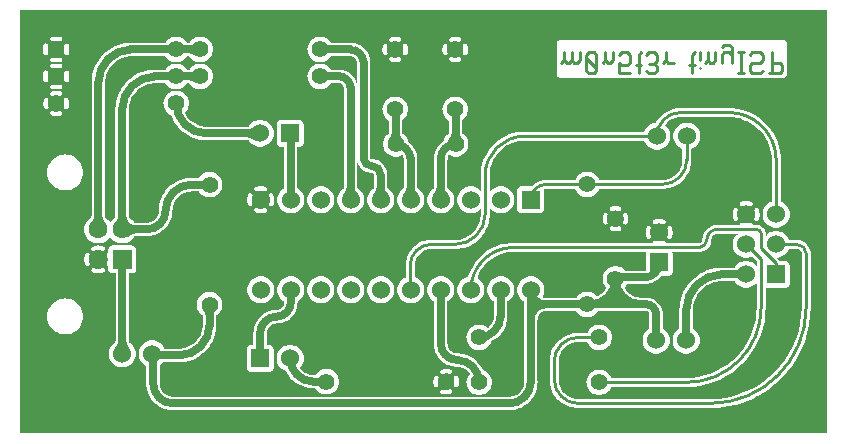
<source format=gbr>
G04 start of page 3 for group 1 idx 1 *
G04 Title: m0n5t3r tinyISP, bottom *
G04 Creator: pcb 1.99z *
G04 CreationDate: Mon 28 Apr 2014 05:03:51 PM GMT UTC *
G04 For: iacobs *
G04 Format: Gerber/RS-274X *
G04 PCB-Dimensions (mil): 2790.00 1510.00 *
G04 PCB-Coordinate-Origin: lower left *
%MOIN*%
%FSLAX25Y25*%
%LNBOTTOM*%
%ADD25C,0.0900*%
%ADD24C,0.0276*%
%ADD23C,0.0630*%
%ADD22C,0.0600*%
%ADD21C,0.0550*%
%ADD20C,0.0100*%
%ADD19C,0.0250*%
%ADD18C,0.0001*%
G54D18*G36*
X147909Y109297D02*Y105126D01*
X147908Y105104D01*
X147907Y105087D01*
X147653Y104932D01*
X147533Y104829D01*
Y109528D01*
X147909Y109297D01*
G37*
G36*
X201197Y65500D02*X213584D01*
X213569Y65465D01*
X213514Y65235D01*
X213500Y65000D01*
X213513Y59300D01*
X213478Y59292D01*
X213240Y59260D01*
X213000Y59250D01*
X206733D01*
X206447Y59584D01*
X205938Y60019D01*
X205368Y60368D01*
X204750Y60624D01*
X204100Y60780D01*
X203433Y60833D01*
X202766Y60780D01*
X202115Y60624D01*
X201497Y60368D01*
X201197Y60184D01*
Y65500D01*
G37*
G36*
Y19226D02*X201449Y19521D01*
X201798Y20091D01*
X201968Y20500D01*
X227000D01*
X227001Y20500D01*
X229312Y20576D01*
X231606Y20878D01*
X233865Y21379D01*
X236072Y22074D01*
X238210Y22960D01*
X240263Y24028D01*
X242214Y25272D01*
X244050Y26680D01*
X245756Y28244D01*
X247320Y29950D01*
X248728Y31786D01*
X249972Y33737D01*
X251040Y35790D01*
X251926Y37928D01*
X252621Y40135D01*
X253122Y42394D01*
X253424Y44688D01*
X253525Y47000D01*
X253508Y47239D01*
X253500Y47273D01*
Y53584D01*
X253535Y53569D01*
X253765Y53514D01*
X254000Y53500D01*
X260235Y53514D01*
X260465Y53569D01*
X260683Y53659D01*
X260884Y53783D01*
X261064Y53936D01*
X261217Y54116D01*
X261341Y54317D01*
X261431Y54535D01*
X261486Y54765D01*
X261500Y55000D01*
X261486Y61235D01*
X261431Y61465D01*
X261341Y61683D01*
X261217Y61884D01*
X261064Y62064D01*
X260884Y62217D01*
X260683Y62341D01*
X260465Y62431D01*
X260235Y62486D01*
X260000Y62500D01*
X258232Y62496D01*
X258217Y62520D01*
X258064Y62700D01*
X258019Y62738D01*
X257251Y63506D01*
X257706Y63542D01*
X258395Y63707D01*
X259049Y63978D01*
X259653Y64348D01*
X260192Y64808D01*
X260652Y65347D01*
X261022Y65951D01*
X261249Y66500D01*
X263874D01*
X263900Y66498D01*
X264039Y66494D01*
X264178Y66476D01*
X264314Y66445D01*
X264447Y66404D01*
X264576Y66350D01*
X264700Y66286D01*
X264818Y66211D01*
X264928Y66126D01*
X265031Y66031D01*
X265126Y65928D01*
X265211Y65818D01*
X265286Y65700D01*
X265350Y65576D01*
X265404Y65447D01*
X265445Y65314D01*
X265476Y65178D01*
X265494Y65039D01*
X265500Y64900D01*
X265500Y64900D01*
Y47302D01*
X265485Y47240D01*
X265471Y47000D01*
X265384Y44342D01*
X265037Y41704D01*
X264461Y39106D01*
X263661Y36568D01*
X262642Y34110D01*
X261414Y31750D01*
X259984Y29506D01*
X258364Y27395D01*
X256567Y25433D01*
X254605Y23636D01*
X252494Y22016D01*
X250250Y20586D01*
X247890Y19358D01*
X245432Y18339D01*
X242894Y17539D01*
X240296Y16963D01*
X237658Y16616D01*
X235000Y16500D01*
X235000Y16500D01*
X201197D01*
Y19226D01*
G37*
G36*
Y45750D02*X211766D01*
X212002Y45740D01*
X212147Y45750D01*
X213683D01*
X213700Y45749D01*
X213792Y45746D01*
X213882Y45734D01*
X213972Y45714D01*
X214059Y45687D01*
X214144Y45652D01*
X214225Y45609D01*
X214302Y45560D01*
X214375Y45504D01*
X214442Y45442D01*
X214504Y45375D01*
X214560Y45302D01*
X214609Y45225D01*
X214652Y45144D01*
X214687Y45059D01*
X214714Y44972D01*
X214734Y44882D01*
X214746Y44792D01*
X214750Y44700D01*
Y39899D01*
X214347Y39652D01*
X213808Y39192D01*
X213348Y38653D01*
X212978Y38049D01*
X212707Y37395D01*
X212542Y36706D01*
X212486Y36000D01*
X212542Y35294D01*
X212707Y34605D01*
X212978Y33951D01*
X213348Y33347D01*
X213808Y32808D01*
X214347Y32348D01*
X214951Y31978D01*
X215605Y31707D01*
X216294Y31542D01*
X217000Y31486D01*
X217706Y31542D01*
X218395Y31707D01*
X219049Y31978D01*
X219653Y32348D01*
X220192Y32808D01*
X220652Y33347D01*
X221022Y33951D01*
X221293Y34605D01*
X221458Y35294D01*
X221500Y36000D01*
X221458Y36706D01*
X221293Y37395D01*
X221022Y38049D01*
X220652Y38653D01*
X220192Y39192D01*
X219653Y39652D01*
X219250Y39899D01*
Y44800D01*
X219243Y44925D01*
X219234Y45184D01*
X219171Y45665D01*
X219066Y46138D01*
X218920Y46600D01*
X218735Y47048D01*
X218511Y47478D01*
X218251Y47886D01*
X217956Y48271D01*
X217628Y48628D01*
X217271Y48956D01*
X216886Y49251D01*
X216478Y49511D01*
X216048Y49735D01*
X215600Y49920D01*
X215138Y50066D01*
X214665Y50171D01*
X214184Y50234D01*
X213700Y50255D01*
X213626Y50250D01*
X212104D01*
X212002Y50256D01*
X211452Y50274D01*
X210905Y50346D01*
X210367Y50465D01*
X209841Y50631D01*
X209332Y50842D01*
X208843Y51097D01*
X208378Y51393D01*
X207940Y51729D01*
X207534Y52101D01*
X207161Y52507D01*
X206826Y52945D01*
X206529Y53410D01*
X206451Y53560D01*
X206882Y54064D01*
X207231Y54634D01*
X207279Y54750D01*
X213000D01*
X213000Y54750D01*
X213632Y54771D01*
X214260Y54853D01*
X214878Y54990D01*
X215482Y55181D01*
X216067Y55423D01*
X216628Y55715D01*
X217162Y56055D01*
X217665Y56441D01*
X218131Y56869D01*
X218559Y57335D01*
X218692Y57508D01*
X221235Y57514D01*
X221465Y57569D01*
X221683Y57659D01*
X221884Y57783D01*
X222064Y57936D01*
X222217Y58116D01*
X222341Y58317D01*
X222431Y58535D01*
X222486Y58765D01*
X222500Y59000D01*
X222486Y65235D01*
X222431Y65465D01*
X222416Y65500D01*
X231500D01*
X231735Y65514D01*
X231810Y65532D01*
X232013Y65558D01*
X232362Y65636D01*
X232704Y65744D01*
X233034Y65881D01*
X233352Y66046D01*
X233654Y66238D01*
X233938Y66456D01*
X234202Y66698D01*
X234444Y66962D01*
X234662Y67246D01*
X234854Y67548D01*
X235019Y67866D01*
X235156Y68196D01*
X235264Y68538D01*
X235342Y68887D01*
X235388Y69242D01*
X235404Y69600D01*
X235402Y69620D01*
X235407Y69766D01*
X235429Y69930D01*
X235465Y70092D01*
X235515Y70250D01*
X235578Y70403D01*
X235655Y70550D01*
X235744Y70690D01*
X235845Y70821D01*
X235956Y70944D01*
X236079Y71055D01*
X236210Y71156D01*
X236350Y71245D01*
X236497Y71322D01*
X236650Y71385D01*
X236808Y71435D01*
X236970Y71471D01*
X237134Y71493D01*
X237300Y71500D01*
X244169D01*
X243808Y71192D01*
X243348Y70653D01*
X242978Y70049D01*
X242707Y69395D01*
X242542Y68706D01*
X242486Y68000D01*
X242542Y67294D01*
X242707Y66605D01*
X242978Y65951D01*
X243348Y65347D01*
X243808Y64808D01*
X244347Y64348D01*
X244951Y63978D01*
X245605Y63707D01*
X246294Y63542D01*
X247000Y63486D01*
X247706Y63542D01*
X248395Y63707D01*
X248944Y63935D01*
X250500Y62379D01*
Y60831D01*
X250192Y61192D01*
X249653Y61652D01*
X249049Y62022D01*
X248395Y62293D01*
X247706Y62458D01*
X247000Y62514D01*
X246294Y62458D01*
X245605Y62293D01*
X244951Y62022D01*
X244347Y61652D01*
X243808Y61192D01*
X243348Y60653D01*
X243101Y60250D01*
X239000D01*
X238950Y60247D01*
X238900Y60250D01*
X237666Y60210D01*
X236441Y60048D01*
X235234Y59781D01*
X234056Y59409D01*
X232914Y58936D01*
X231818Y58366D01*
X230776Y57702D01*
X229796Y56950D01*
X228885Y56115D01*
X228050Y55204D01*
X227298Y54224D01*
X226634Y53182D01*
X226064Y52086D01*
X225591Y50944D01*
X225219Y49766D01*
X224952Y48559D01*
X224790Y47334D01*
X224737Y46100D01*
X224750Y45911D01*
Y39899D01*
X224347Y39652D01*
X223808Y39192D01*
X223348Y38653D01*
X222978Y38049D01*
X222707Y37395D01*
X222542Y36706D01*
X222486Y36000D01*
X222542Y35294D01*
X222707Y34605D01*
X222978Y33951D01*
X223348Y33347D01*
X223808Y32808D01*
X224347Y32348D01*
X224951Y31978D01*
X225605Y31707D01*
X226294Y31542D01*
X227000Y31486D01*
X227706Y31542D01*
X228395Y31707D01*
X229049Y31978D01*
X229653Y32348D01*
X230192Y32808D01*
X230652Y33347D01*
X231022Y33951D01*
X231293Y34605D01*
X231458Y35294D01*
X231500Y36000D01*
X231458Y36706D01*
X231293Y37395D01*
X231022Y38049D01*
X230652Y38653D01*
X230192Y39192D01*
X229653Y39652D01*
X229250Y39899D01*
Y45944D01*
X229259Y46100D01*
X229287Y46941D01*
X229397Y47776D01*
X229579Y48598D01*
X229832Y49400D01*
X230154Y50178D01*
X230543Y50925D01*
X230995Y51635D01*
X231508Y52303D01*
X232076Y52924D01*
X232697Y53492D01*
X233365Y54005D01*
X234075Y54457D01*
X234822Y54846D01*
X235600Y55168D01*
X236402Y55421D01*
X237224Y55603D01*
X238059Y55713D01*
X238900Y55750D01*
X238950Y55753D01*
X239000Y55750D01*
X243101D01*
X243348Y55347D01*
X243808Y54808D01*
X244347Y54348D01*
X244951Y53978D01*
X245605Y53707D01*
X246294Y53542D01*
X247000Y53486D01*
X247706Y53542D01*
X248395Y53707D01*
X249049Y53978D01*
X249653Y54348D01*
X250192Y54808D01*
X250500Y55169D01*
Y47273D01*
X250492Y47239D01*
X250478Y47000D01*
X250411Y44952D01*
X250143Y42919D01*
X249699Y40918D01*
X249083Y38963D01*
X248298Y37068D01*
X247352Y35250D01*
X246250Y33521D01*
X245002Y31894D01*
X243617Y30383D01*
X242106Y28998D01*
X240479Y27750D01*
X238750Y26648D01*
X236932Y25702D01*
X235037Y24917D01*
X233082Y24301D01*
X231081Y23857D01*
X229048Y23589D01*
X227000Y23500D01*
X201990D01*
X201798Y23962D01*
X201449Y24533D01*
X201197Y24827D01*
Y34199D01*
X201449Y34494D01*
X201798Y35065D01*
X202054Y35683D01*
X202211Y36333D01*
X202250Y37000D01*
X202211Y37667D01*
X202054Y38317D01*
X201798Y38935D01*
X201449Y39506D01*
X201197Y39801D01*
Y45750D01*
G37*
G36*
X250613Y146000D02*X274000D01*
Y5000D01*
X250613D01*
Y17360D01*
X251766Y17961D01*
X254233Y19532D01*
X256554Y21313D01*
X258711Y23289D01*
X260687Y25446D01*
X262468Y27767D01*
X264039Y30234D01*
X265390Y32829D01*
X266510Y35531D01*
X267389Y38321D01*
X268022Y41177D01*
X268404Y44078D01*
X268532Y47000D01*
X268515Y47240D01*
X268500Y47302D01*
Y64900D01*
X268500Y64900D01*
X268487Y65301D01*
X268434Y65700D01*
X268347Y66092D01*
X268227Y66475D01*
X268073Y66846D01*
X267888Y67202D01*
X267672Y67541D01*
X267427Y67860D01*
X267156Y68156D01*
X266860Y68427D01*
X266541Y68672D01*
X266202Y68888D01*
X265846Y69073D01*
X265475Y69227D01*
X265092Y69347D01*
X264700Y69434D01*
X264301Y69487D01*
X263900Y69504D01*
X263839Y69500D01*
X261249D01*
X261022Y70049D01*
X260652Y70653D01*
X260192Y71192D01*
X259653Y71652D01*
X259049Y72022D01*
X258395Y72293D01*
X257706Y72458D01*
X257000Y72514D01*
X256294Y72458D01*
X255605Y72293D01*
X254951Y72022D01*
X254347Y71652D01*
X253808Y71192D01*
X253500Y70831D01*
Y71500D01*
X253500Y71500D01*
X253491Y71762D01*
X253457Y72021D01*
X253401Y72277D01*
X253322Y72527D01*
X253222Y72769D01*
X253101Y73001D01*
X252960Y73222D01*
X252800Y73430D01*
X252623Y73623D01*
X252430Y73800D01*
X252222Y73960D01*
X252001Y74101D01*
X251769Y74222D01*
X251527Y74322D01*
X251277Y74401D01*
X251021Y74457D01*
X250876Y74476D01*
X250835Y74486D01*
X250775Y74490D01*
X250762Y74491D01*
X250698Y74494D01*
X250613Y74499D01*
Y75853D01*
X250656Y75860D01*
X250768Y75897D01*
X250873Y75952D01*
X250968Y76022D01*
X251051Y76106D01*
X251119Y76202D01*
X251170Y76308D01*
X251318Y76716D01*
X251422Y77137D01*
X251484Y77567D01*
X251505Y78000D01*
X251484Y78433D01*
X251422Y78863D01*
X251318Y79284D01*
X251175Y79694D01*
X251122Y79800D01*
X251053Y79896D01*
X250970Y79981D01*
X250875Y80051D01*
X250769Y80106D01*
X250657Y80143D01*
X250613Y80151D01*
Y106896D01*
X251282Y106282D01*
X252131Y105356D01*
X252896Y104360D01*
X253571Y103300D01*
X254151Y102186D01*
X254632Y101025D01*
X255009Y99827D01*
X255281Y98601D01*
X255445Y97355D01*
X255500Y96100D01*
X255503Y96050D01*
X255500Y96000D01*
Y82249D01*
X254951Y82022D01*
X254347Y81652D01*
X253808Y81192D01*
X253348Y80653D01*
X252978Y80049D01*
X252707Y79395D01*
X252542Y78706D01*
X252486Y78000D01*
X252542Y77294D01*
X252707Y76605D01*
X252978Y75951D01*
X253348Y75347D01*
X253808Y74808D01*
X254347Y74348D01*
X254951Y73978D01*
X255605Y73707D01*
X256294Y73542D01*
X257000Y73486D01*
X257706Y73542D01*
X258395Y73707D01*
X259049Y73978D01*
X259653Y74348D01*
X260192Y74808D01*
X260652Y75347D01*
X261022Y75951D01*
X261293Y76605D01*
X261458Y77294D01*
X261500Y78000D01*
X261458Y78706D01*
X261293Y79395D01*
X261022Y80049D01*
X260652Y80653D01*
X260192Y81192D01*
X259653Y81652D01*
X259049Y82022D01*
X258500Y82249D01*
Y96000D01*
X258497Y96050D01*
X258500Y96100D01*
X258450Y97618D01*
X258252Y99124D01*
X257923Y100608D01*
X257466Y102057D01*
X256885Y103461D01*
X256183Y104808D01*
X255367Y106090D01*
X254442Y107295D01*
X253415Y108415D01*
X252295Y109442D01*
X251090Y110367D01*
X250613Y110670D01*
Y123548D01*
X259659Y123549D01*
X259812Y123586D01*
X259957Y123646D01*
X260092Y123728D01*
X260211Y123831D01*
X260314Y123950D01*
X260396Y124085D01*
X260456Y124230D01*
X260493Y124383D01*
X260502Y124540D01*
X260493Y135267D01*
X260456Y135420D01*
X260396Y135565D01*
X260314Y135700D01*
X260211Y135819D01*
X260092Y135922D01*
X259957Y136004D01*
X259812Y136064D01*
X259659Y136101D01*
X259502Y136110D01*
X250613Y136109D01*
Y146000D01*
G37*
G36*
Y110670D02*X249808Y111183D01*
X248461Y111885D01*
X247057Y112466D01*
X245608Y112923D01*
X244124Y113252D01*
X242618Y113450D01*
X241100Y113517D01*
X240867Y113500D01*
X225100D01*
X225002Y113494D01*
X224354Y113473D01*
X223535Y113365D01*
X222729Y113187D01*
X221942Y112938D01*
X221613Y112802D01*
Y123545D01*
X250613Y123548D01*
Y110670D01*
G37*
G36*
Y74499D02*X250600Y74500D01*
X250565D01*
X250500Y74503D01*
X250460Y74500D01*
X249163D01*
X249164Y74579D01*
X249146Y74696D01*
X249110Y74809D01*
X249057Y74915D01*
X248988Y75012D01*
X248905Y75096D01*
X248809Y75167D01*
X248704Y75221D01*
X248592Y75259D01*
X248475Y75278D01*
X248356Y75279D01*
X248239Y75261D01*
X248126Y75223D01*
X247855Y75124D01*
X247575Y75056D01*
X247289Y75014D01*
X247000Y75000D01*
X246998Y75000D01*
Y81000D01*
X247000Y81000D01*
X247289Y80986D01*
X247575Y80944D01*
X247855Y80876D01*
X248128Y80780D01*
X248239Y80742D01*
X248356Y80725D01*
X248474Y80725D01*
X248591Y80745D01*
X248703Y80782D01*
X248807Y80836D01*
X248902Y80906D01*
X248985Y80991D01*
X249054Y81087D01*
X249107Y81192D01*
X249143Y81305D01*
X249160Y81421D01*
X249159Y81539D01*
X249140Y81656D01*
X249103Y81768D01*
X249048Y81873D01*
X248978Y81968D01*
X248894Y82051D01*
X248798Y82119D01*
X248692Y82170D01*
X248284Y82318D01*
X247863Y82422D01*
X247433Y82484D01*
X247000Y82505D01*
X246998Y82505D01*
Y109228D01*
X247186Y109151D01*
X248300Y108571D01*
X249359Y107896D01*
X250356Y107131D01*
X250613Y106896D01*
Y80151D01*
X250540Y80163D01*
X250421Y80164D01*
X250304Y80146D01*
X250191Y80110D01*
X250085Y80057D01*
X249988Y79988D01*
X249904Y79905D01*
X249833Y79809D01*
X249779Y79704D01*
X249741Y79592D01*
X249722Y79475D01*
X249721Y79356D01*
X249739Y79239D01*
X249777Y79126D01*
X249876Y78855D01*
X249944Y78575D01*
X249986Y78289D01*
X250000Y78000D01*
X249986Y77711D01*
X249944Y77425D01*
X249876Y77145D01*
X249780Y76872D01*
X249742Y76761D01*
X249725Y76644D01*
X249725Y76526D01*
X249745Y76409D01*
X249782Y76297D01*
X249836Y76193D01*
X249906Y76098D01*
X249991Y76015D01*
X250087Y75946D01*
X250192Y75893D01*
X250305Y75857D01*
X250421Y75840D01*
X250539Y75841D01*
X250613Y75853D01*
Y74499D01*
G37*
G36*
X246998Y75000D02*X246711Y75014D01*
X246425Y75056D01*
X246145Y75124D01*
X245872Y75220D01*
X245761Y75258D01*
X245644Y75275D01*
X245526Y75275D01*
X245409Y75255D01*
X245297Y75218D01*
X245193Y75164D01*
X245098Y75094D01*
X245015Y75009D01*
X244946Y74913D01*
X244893Y74808D01*
X244857Y74695D01*
X244840Y74579D01*
X244840Y74500D01*
X243387D01*
Y75849D01*
X243460Y75837D01*
X243579Y75836D01*
X243696Y75854D01*
X243809Y75890D01*
X243915Y75943D01*
X244012Y76012D01*
X244096Y76095D01*
X244167Y76191D01*
X244221Y76296D01*
X244259Y76408D01*
X244278Y76525D01*
X244279Y76644D01*
X244261Y76761D01*
X244223Y76874D01*
X244124Y77145D01*
X244056Y77425D01*
X244014Y77711D01*
X244000Y78000D01*
X244014Y78289D01*
X244056Y78575D01*
X244124Y78855D01*
X244220Y79128D01*
X244258Y79239D01*
X244275Y79356D01*
X244275Y79474D01*
X244255Y79591D01*
X244218Y79703D01*
X244164Y79807D01*
X244094Y79902D01*
X244009Y79985D01*
X243913Y80054D01*
X243808Y80107D01*
X243695Y80143D01*
X243579Y80160D01*
X243461Y80159D01*
X243387Y80147D01*
Y110309D01*
X243601Y110281D01*
X244827Y110009D01*
X246025Y109632D01*
X246998Y109228D01*
Y82505D01*
X246567Y82484D01*
X246137Y82422D01*
X245716Y82318D01*
X245306Y82175D01*
X245200Y82122D01*
X245104Y82053D01*
X245019Y81970D01*
X244949Y81875D01*
X244894Y81769D01*
X244857Y81657D01*
X244837Y81540D01*
X244836Y81421D01*
X244854Y81304D01*
X244890Y81191D01*
X244943Y81085D01*
X245012Y80988D01*
X245095Y80904D01*
X245191Y80833D01*
X245296Y80779D01*
X245408Y80741D01*
X245525Y80722D01*
X245644Y80721D01*
X245761Y80739D01*
X245874Y80777D01*
X246145Y80876D01*
X246425Y80944D01*
X246711Y80986D01*
X246998Y81000D01*
Y75000D01*
G37*
G36*
X243387Y74500D02*X237200D01*
X237075Y74493D01*
X236873Y74486D01*
X236448Y74430D01*
X236031Y74338D01*
X235623Y74209D01*
X235227Y74045D01*
X234848Y73848D01*
X234487Y73618D01*
X234147Y73357D01*
X233832Y73068D01*
X233543Y72753D01*
X233282Y72413D01*
X233052Y72052D01*
X232855Y71673D01*
X232691Y71277D01*
X232562Y70869D01*
X232470Y70452D01*
X232414Y70027D01*
X232395Y69600D01*
X232398Y69565D01*
X232396Y69504D01*
X232383Y69409D01*
X232363Y69315D01*
X232334Y69224D01*
X232297Y69135D01*
X232253Y69050D01*
X232201Y68969D01*
X232143Y68893D01*
X232078Y68822D01*
X232007Y68757D01*
X231931Y68699D01*
X231850Y68647D01*
X231765Y68603D01*
X231676Y68566D01*
X231585Y68537D01*
X231491Y68517D01*
X231396Y68504D01*
X231300Y68500D01*
X221613D01*
Y69853D01*
X221656Y69860D01*
X221768Y69897D01*
X221873Y69952D01*
X221968Y70022D01*
X222051Y70106D01*
X222119Y70202D01*
X222170Y70308D01*
X222318Y70716D01*
X222422Y71137D01*
X222484Y71567D01*
X222505Y72000D01*
X222484Y72433D01*
X222422Y72863D01*
X222318Y73284D01*
X222175Y73694D01*
X222122Y73800D01*
X222053Y73896D01*
X221970Y73981D01*
X221875Y74051D01*
X221769Y74106D01*
X221657Y74143D01*
X221613Y74151D01*
Y86852D01*
X222329Y87078D01*
X223114Y87403D01*
X223867Y87795D01*
X224583Y88251D01*
X225257Y88768D01*
X225883Y89342D01*
X226456Y89968D01*
X226973Y90641D01*
X227430Y91358D01*
X227822Y92111D01*
X228147Y92895D01*
X228402Y93705D01*
X228586Y94534D01*
X228697Y95376D01*
X228734Y96224D01*
X228724Y96355D01*
Y99796D01*
X229274Y100024D01*
X229878Y100394D01*
X230416Y100854D01*
X230876Y101392D01*
X231246Y101996D01*
X231517Y102651D01*
X231683Y103340D01*
X231724Y104046D01*
X231683Y104752D01*
X231517Y105441D01*
X231246Y106095D01*
X230876Y106699D01*
X230416Y107237D01*
X229878Y107697D01*
X229274Y108068D01*
X228619Y108339D01*
X227931Y108504D01*
X227224Y108560D01*
X226518Y108504D01*
X225830Y108339D01*
X225175Y108068D01*
X224571Y107697D01*
X224033Y107237D01*
X223573Y106699D01*
X223203Y106095D01*
X222931Y105441D01*
X222766Y104752D01*
X222711Y104046D01*
X222766Y103340D01*
X222931Y102651D01*
X223203Y101996D01*
X223573Y101392D01*
X224033Y100854D01*
X224571Y100394D01*
X225175Y100024D01*
X225724Y99796D01*
Y96333D01*
X225718Y96224D01*
X225699Y95638D01*
X225622Y95057D01*
X225495Y94484D01*
X225319Y93925D01*
X225094Y93383D01*
X224824Y92862D01*
X224508Y92367D01*
X224151Y91902D01*
X223755Y91470D01*
X223322Y91073D01*
X222857Y90716D01*
X222362Y90401D01*
X221842Y90130D01*
X221613Y90035D01*
Y103050D01*
X221683Y103340D01*
X221724Y104046D01*
X221683Y104752D01*
X221613Y105042D01*
Y109420D01*
X221952Y109635D01*
X222451Y109895D01*
X222971Y110111D01*
X223508Y110280D01*
X224058Y110402D01*
X224616Y110475D01*
X225179Y110500D01*
X225179Y110500D01*
X240868D01*
X241100Y110486D01*
X242355Y110445D01*
X243387Y110309D01*
Y80147D01*
X243344Y80140D01*
X243232Y80103D01*
X243127Y80048D01*
X243032Y79978D01*
X242949Y79894D01*
X242881Y79798D01*
X242830Y79692D01*
X242682Y79284D01*
X242578Y78863D01*
X242516Y78433D01*
X242495Y78000D01*
X242516Y77567D01*
X242578Y77137D01*
X242682Y76716D01*
X242825Y76306D01*
X242878Y76200D01*
X242947Y76104D01*
X243030Y76019D01*
X243125Y75949D01*
X243231Y75894D01*
X243343Y75857D01*
X243387Y75849D01*
Y74500D01*
G37*
G36*
X250613Y5000D02*X221613D01*
Y13500D01*
X235000D01*
X235001Y13500D01*
X237922Y13596D01*
X240823Y13978D01*
X243679Y14611D01*
X246469Y15490D01*
X249171Y16610D01*
X250613Y17360D01*
Y5000D01*
G37*
G36*
X221613Y146000D02*X250613D01*
Y136109D01*
X221613Y136105D01*
Y146000D01*
G37*
G36*
Y112802D02*X221179Y112622D01*
X220447Y112241D01*
X219751Y111798D01*
X219096Y111295D01*
X218487Y110737D01*
X217929Y110129D01*
X217427Y109474D01*
X216983Y108777D01*
X216855Y108530D01*
X216518Y108504D01*
X215830Y108339D01*
X215175Y108068D01*
X214571Y107697D01*
X214033Y107237D01*
X213573Y106699D01*
X213203Y106095D01*
X212975Y105546D01*
X201197D01*
Y123542D01*
X221613Y123545D01*
Y112802D01*
G37*
G36*
Y105042D02*X221517Y105441D01*
X221246Y106095D01*
X220876Y106699D01*
X220416Y107237D01*
X219878Y107697D01*
X219865Y107705D01*
X219892Y107748D01*
X220234Y108194D01*
X220615Y108610D01*
X221030Y108990D01*
X221477Y109333D01*
X221613Y109420D01*
Y105042D01*
G37*
G36*
Y90035D02*X221300Y89906D01*
X220740Y89729D01*
X220168Y89602D01*
X219586Y89526D01*
X219000Y89500D01*
X201197D01*
Y102546D01*
X212975D01*
X213203Y101996D01*
X213573Y101392D01*
X214033Y100854D01*
X214571Y100394D01*
X215175Y100024D01*
X215830Y99753D01*
X216518Y99587D01*
X217224Y99532D01*
X217931Y99587D01*
X218619Y99753D01*
X219274Y100024D01*
X219878Y100394D01*
X220416Y100854D01*
X220876Y101392D01*
X221246Y101996D01*
X221517Y102651D01*
X221613Y103050D01*
Y90035D01*
G37*
G36*
Y68500D02*X220163D01*
X220164Y68579D01*
X220146Y68696D01*
X220110Y68809D01*
X220057Y68915D01*
X219988Y69012D01*
X219905Y69096D01*
X219809Y69167D01*
X219704Y69221D01*
X219592Y69259D01*
X219475Y69278D01*
X219356Y69279D01*
X219239Y69261D01*
X219126Y69223D01*
X218855Y69124D01*
X218575Y69056D01*
X218289Y69014D01*
X218000Y69000D01*
X217998Y69000D01*
Y75000D01*
X218000Y75000D01*
X218289Y74986D01*
X218575Y74944D01*
X218855Y74876D01*
X219128Y74780D01*
X219239Y74742D01*
X219356Y74725D01*
X219474Y74725D01*
X219591Y74745D01*
X219703Y74782D01*
X219807Y74836D01*
X219902Y74906D01*
X219985Y74991D01*
X220054Y75087D01*
X220107Y75192D01*
X220143Y75305D01*
X220160Y75421D01*
X220159Y75539D01*
X220140Y75656D01*
X220103Y75768D01*
X220048Y75873D01*
X219978Y75968D01*
X219894Y76051D01*
X219798Y76119D01*
X219692Y76170D01*
X219284Y76318D01*
X218863Y76422D01*
X218433Y76484D01*
X218000Y76505D01*
X217998Y76505D01*
Y86500D01*
X219000D01*
X219000Y86500D01*
X219848Y86528D01*
X220690Y86639D01*
X221519Y86822D01*
X221613Y86852D01*
Y74151D01*
X221540Y74163D01*
X221421Y74164D01*
X221304Y74146D01*
X221191Y74110D01*
X221085Y74057D01*
X220988Y73988D01*
X220904Y73905D01*
X220833Y73809D01*
X220779Y73704D01*
X220741Y73592D01*
X220722Y73475D01*
X220721Y73356D01*
X220739Y73239D01*
X220777Y73126D01*
X220876Y72855D01*
X220944Y72575D01*
X220986Y72289D01*
X221000Y72000D01*
X220986Y71711D01*
X220944Y71425D01*
X220876Y71145D01*
X220780Y70872D01*
X220742Y70761D01*
X220725Y70644D01*
X220725Y70526D01*
X220745Y70409D01*
X220782Y70297D01*
X220836Y70193D01*
X220906Y70098D01*
X220991Y70015D01*
X221087Y69946D01*
X221192Y69893D01*
X221305Y69857D01*
X221421Y69840D01*
X221539Y69841D01*
X221613Y69853D01*
Y68500D01*
G37*
G36*
X217998Y69000D02*X217711Y69014D01*
X217425Y69056D01*
X217145Y69124D01*
X216872Y69220D01*
X216761Y69258D01*
X216644Y69275D01*
X216526Y69275D01*
X216409Y69255D01*
X216297Y69218D01*
X216193Y69164D01*
X216098Y69094D01*
X216015Y69009D01*
X215946Y68913D01*
X215893Y68808D01*
X215857Y68695D01*
X215840Y68579D01*
X215840Y68500D01*
X214387D01*
Y69849D01*
X214460Y69837D01*
X214579Y69836D01*
X214696Y69854D01*
X214809Y69890D01*
X214915Y69943D01*
X215012Y70012D01*
X215096Y70095D01*
X215167Y70191D01*
X215221Y70296D01*
X215259Y70408D01*
X215278Y70525D01*
X215279Y70644D01*
X215261Y70761D01*
X215223Y70874D01*
X215124Y71145D01*
X215056Y71425D01*
X215014Y71711D01*
X215000Y72000D01*
X215014Y72289D01*
X215056Y72575D01*
X215124Y72855D01*
X215220Y73128D01*
X215258Y73239D01*
X215275Y73356D01*
X215275Y73474D01*
X215255Y73591D01*
X215218Y73703D01*
X215164Y73807D01*
X215094Y73902D01*
X215009Y73985D01*
X214913Y74054D01*
X214808Y74107D01*
X214695Y74143D01*
X214579Y74160D01*
X214461Y74159D01*
X214387Y74147D01*
Y86500D01*
X217998D01*
Y76505D01*
X217567Y76484D01*
X217137Y76422D01*
X216716Y76318D01*
X216306Y76175D01*
X216200Y76122D01*
X216104Y76053D01*
X216019Y75970D01*
X215949Y75875D01*
X215894Y75769D01*
X215857Y75657D01*
X215837Y75540D01*
X215836Y75421D01*
X215854Y75304D01*
X215890Y75191D01*
X215943Y75085D01*
X216012Y74988D01*
X216095Y74904D01*
X216191Y74833D01*
X216296Y74779D01*
X216408Y74741D01*
X216525Y74722D01*
X216644Y74721D01*
X216761Y74739D01*
X216874Y74777D01*
X217145Y74876D01*
X217425Y74944D01*
X217711Y74986D01*
X217998Y75000D01*
Y69000D01*
G37*
G36*
X214387Y68500D02*X206822D01*
Y74604D01*
X206914Y74622D01*
X207025Y74663D01*
X207128Y74720D01*
X207221Y74793D01*
X207301Y74879D01*
X207367Y74977D01*
X207415Y75085D01*
X207535Y75445D01*
X207619Y75815D01*
X207670Y76191D01*
X207687Y76570D01*
X207670Y76949D01*
X207619Y77325D01*
X207535Y77695D01*
X207419Y78056D01*
X207370Y78163D01*
X207304Y78262D01*
X207223Y78348D01*
X207130Y78421D01*
X207026Y78479D01*
X206915Y78520D01*
X206822Y78538D01*
Y86500D01*
X214387D01*
Y74147D01*
X214344Y74140D01*
X214232Y74103D01*
X214127Y74048D01*
X214032Y73978D01*
X213949Y73894D01*
X213881Y73798D01*
X213830Y73692D01*
X213682Y73284D01*
X213578Y72863D01*
X213516Y72433D01*
X213495Y72000D01*
X213516Y71567D01*
X213578Y71137D01*
X213682Y70716D01*
X213825Y70306D01*
X213878Y70200D01*
X213947Y70104D01*
X214030Y70019D01*
X214125Y69949D01*
X214231Y69894D01*
X214343Y69857D01*
X214387Y69849D01*
Y68500D01*
G37*
G36*
X206822D02*X203434D01*
Y72316D01*
X203812Y72332D01*
X204188Y72383D01*
X204558Y72467D01*
X204919Y72583D01*
X205026Y72633D01*
X205125Y72699D01*
X205211Y72780D01*
X205284Y72873D01*
X205342Y72976D01*
X205383Y73088D01*
X205405Y73204D01*
X205410Y73322D01*
X205395Y73440D01*
X205363Y73554D01*
X205313Y73661D01*
X205247Y73760D01*
X205166Y73846D01*
X205073Y73919D01*
X204969Y73977D01*
X204858Y74018D01*
X204741Y74040D01*
X204623Y74045D01*
X204505Y74030D01*
X204392Y73995D01*
X204160Y73918D01*
X203921Y73863D01*
X203678Y73831D01*
X203434Y73820D01*
Y79320D01*
X203678Y79309D01*
X203921Y79276D01*
X204160Y79222D01*
X204393Y79146D01*
X204506Y79112D01*
X204623Y79098D01*
X204741Y79102D01*
X204857Y79124D01*
X204968Y79165D01*
X205071Y79222D01*
X205164Y79295D01*
X205244Y79381D01*
X205310Y79479D01*
X205360Y79586D01*
X205393Y79700D01*
X205407Y79817D01*
X205403Y79935D01*
X205380Y80051D01*
X205340Y80162D01*
X205282Y80265D01*
X205209Y80358D01*
X205123Y80438D01*
X205025Y80504D01*
X204917Y80552D01*
X204558Y80672D01*
X204188Y80756D01*
X203812Y80807D01*
X203434Y80824D01*
Y86500D01*
X206822D01*
Y78538D01*
X206798Y78542D01*
X206680Y78547D01*
X206562Y78532D01*
X206448Y78500D01*
X206341Y78450D01*
X206243Y78384D01*
X206156Y78303D01*
X206083Y78210D01*
X206025Y78106D01*
X205985Y77995D01*
X205962Y77878D01*
X205958Y77760D01*
X205972Y77642D01*
X206007Y77529D01*
X206085Y77297D01*
X206139Y77058D01*
X206172Y76815D01*
X206183Y76570D01*
X206172Y76325D01*
X206139Y76082D01*
X206085Y75842D01*
X206009Y75609D01*
X205975Y75496D01*
X205961Y75379D01*
X205965Y75261D01*
X205987Y75145D01*
X206028Y75034D01*
X206085Y74931D01*
X206158Y74838D01*
X206244Y74758D01*
X206342Y74692D01*
X206449Y74642D01*
X206563Y74610D01*
X206680Y74596D01*
X206798Y74600D01*
X206822Y74604D01*
Y68500D01*
G37*
G36*
X203434D02*X201197D01*
Y86500D01*
X203434D01*
Y80824D01*
X203433Y80824D01*
X203054Y80807D01*
X202678Y80756D01*
X202308Y80672D01*
X201947Y80556D01*
X201839Y80507D01*
X201741Y80441D01*
X201654Y80360D01*
X201581Y80267D01*
X201523Y80163D01*
X201483Y80052D01*
X201460Y79935D01*
X201456Y79817D01*
X201470Y79699D01*
X201503Y79585D01*
X201553Y79478D01*
X201619Y79380D01*
X201699Y79293D01*
X201793Y79220D01*
X201896Y79162D01*
X202008Y79122D01*
X202124Y79099D01*
X202242Y79095D01*
X202360Y79109D01*
X202473Y79144D01*
X202705Y79222D01*
X202945Y79276D01*
X203188Y79309D01*
X203433Y79320D01*
X203434Y79320D01*
Y73820D01*
X203433Y73820D01*
X203188Y73831D01*
X202945Y73863D01*
X202705Y73918D01*
X202472Y73993D01*
X202359Y74028D01*
X202242Y74042D01*
X202124Y74038D01*
X202008Y74015D01*
X201897Y73974D01*
X201794Y73917D01*
X201701Y73844D01*
X201621Y73758D01*
X201555Y73660D01*
X201505Y73553D01*
X201473Y73439D01*
X201458Y73322D01*
X201463Y73204D01*
X201485Y73088D01*
X201526Y72978D01*
X201583Y72874D01*
X201656Y72781D01*
X201742Y72701D01*
X201840Y72635D01*
X201948Y72587D01*
X202308Y72467D01*
X202678Y72383D01*
X203054Y72332D01*
X203433Y72315D01*
X203434Y72316D01*
Y68500D01*
G37*
G36*
X221613Y5000D02*X201197D01*
Y13500D01*
X221613D01*
Y5000D01*
G37*
G36*
X201197Y146000D02*X221613D01*
Y136105D01*
X201197Y136103D01*
Y146000D01*
G37*
G36*
X161703Y50031D02*X161978Y49710D01*
X162517Y49250D01*
X162920Y49003D01*
Y44678D01*
X162866Y44454D01*
X162845Y44100D01*
X162832Y43677D01*
X162776Y43258D01*
X162685Y42845D01*
X162558Y42441D01*
X162396Y42050D01*
X162200Y41675D01*
X161973Y41318D01*
X161715Y40982D01*
X161703Y40970D01*
Y50031D01*
G37*
G36*
Y62844D02*X162141Y63180D01*
X163085Y63781D01*
X164078Y64298D01*
X165112Y64726D01*
X166179Y65063D01*
X167272Y65305D01*
X168382Y65451D01*
X169500Y65500D01*
X169500Y65500D01*
X201197D01*
Y60184D01*
X200927Y60019D01*
X200418Y59584D01*
X199984Y59075D01*
X199634Y58505D01*
X199378Y57887D01*
X199222Y57237D01*
X199170Y56570D01*
X199222Y55903D01*
X199378Y55252D01*
X199634Y54634D01*
X199984Y54064D01*
X200418Y53555D01*
X200422Y53552D01*
X200323Y53360D01*
X200022Y52888D01*
X199681Y52443D01*
X199302Y52030D01*
X198889Y51652D01*
X198445Y51311D01*
X197973Y51010D01*
X197476Y50751D01*
X197301Y50679D01*
X197014Y51014D01*
X196506Y51449D01*
X195935Y51798D01*
X195317Y52054D01*
X194667Y52211D01*
X194000Y52263D01*
X193333Y52211D01*
X192683Y52054D01*
X192065Y51798D01*
X191494Y51449D01*
X190986Y51014D01*
X190551Y50506D01*
X190394Y50250D01*
X180114D01*
X180072Y50253D01*
X179841Y50260D01*
X179611Y50290D01*
X179385Y50340D01*
X179165Y50410D01*
X178970Y50491D01*
X179192Y50852D01*
X179463Y51507D01*
X179628Y52195D01*
X179670Y52902D01*
X179628Y53608D01*
X179463Y54296D01*
X179192Y54951D01*
X178822Y55555D01*
X178362Y56093D01*
X177823Y56553D01*
X177219Y56923D01*
X176565Y57195D01*
X175876Y57360D01*
X175170Y57415D01*
X174464Y57360D01*
X173775Y57195D01*
X173121Y56923D01*
X172517Y56553D01*
X171978Y56093D01*
X171518Y55555D01*
X171148Y54951D01*
X170877Y54296D01*
X170712Y53608D01*
X170656Y52902D01*
X170712Y52195D01*
X170877Y51507D01*
X171148Y50852D01*
X171518Y50248D01*
X171978Y49710D01*
X172517Y49250D01*
X172920Y49003D01*
Y22170D01*
X172936Y21905D01*
X172931Y21769D01*
X172875Y21340D01*
X172781Y20919D01*
X172651Y20507D01*
X172486Y20108D01*
X172287Y19725D01*
X172055Y19361D01*
X171792Y19018D01*
X171500Y18700D01*
X171182Y18408D01*
X170839Y18145D01*
X170475Y17913D01*
X170092Y17714D01*
X169693Y17549D01*
X169281Y17419D01*
X168860Y17325D01*
X168431Y17269D01*
X168000Y17250D01*
X168000Y17250D01*
X161703D01*
Y19936D01*
X161798Y20091D01*
X162054Y20709D01*
X162211Y21360D01*
X162250Y22027D01*
X162211Y22694D01*
X162054Y23344D01*
X161798Y23962D01*
X161703Y24117D01*
Y34910D01*
X161798Y35065D01*
X162048Y35666D01*
X162679Y35995D01*
X163368Y36434D01*
X164016Y36931D01*
X164618Y37482D01*
X165169Y38084D01*
X165666Y38732D01*
X166105Y39421D01*
X166482Y40145D01*
X166794Y40899D01*
X167040Y41678D01*
X167217Y42475D01*
X167323Y43284D01*
X167335Y43549D01*
X167399Y43817D01*
X167420Y44170D01*
Y49003D01*
X167823Y49250D01*
X168362Y49710D01*
X168822Y50248D01*
X169192Y50852D01*
X169463Y51507D01*
X169628Y52195D01*
X169670Y52902D01*
X169628Y53608D01*
X169463Y54296D01*
X169192Y54951D01*
X168822Y55555D01*
X168362Y56093D01*
X167823Y56553D01*
X167219Y56923D01*
X166565Y57195D01*
X165876Y57360D01*
X165170Y57415D01*
X164464Y57360D01*
X163775Y57195D01*
X163121Y56923D01*
X162517Y56553D01*
X161978Y56093D01*
X161703Y55772D01*
Y62844D01*
G37*
G36*
X200043Y102546D02*X201197D01*
Y89500D01*
X200043D01*
Y102546D01*
G37*
G36*
X201197Y68500D02*X200043D01*
Y74602D01*
X200067Y74597D01*
X200185Y74593D01*
X200303Y74607D01*
X200417Y74640D01*
X200524Y74690D01*
X200623Y74756D01*
X200709Y74836D01*
X200782Y74930D01*
X200840Y75033D01*
X200881Y75145D01*
X200903Y75261D01*
X200908Y75379D01*
X200893Y75497D01*
X200858Y75610D01*
X200781Y75842D01*
X200726Y76082D01*
X200694Y76325D01*
X200683Y76570D01*
X200694Y76815D01*
X200726Y77058D01*
X200781Y77297D01*
X200856Y77530D01*
X200890Y77643D01*
X200905Y77760D01*
X200901Y77878D01*
X200878Y77994D01*
X200837Y78105D01*
X200780Y78208D01*
X200707Y78301D01*
X200621Y78381D01*
X200523Y78447D01*
X200416Y78497D01*
X200302Y78530D01*
X200185Y78544D01*
X200067Y78540D01*
X200043Y78535D01*
Y86500D01*
X201197D01*
Y68500D01*
G37*
G36*
X200043D02*X169369D01*
X169205Y68490D01*
X168119Y68455D01*
X166749Y68274D01*
X165399Y67975D01*
X164081Y67559D01*
X162804Y67031D01*
X161703Y66458D01*
Y80031D01*
X161978Y79710D01*
X162517Y79250D01*
X163121Y78880D01*
X163775Y78609D01*
X164464Y78443D01*
X165170Y78388D01*
X165876Y78443D01*
X166565Y78609D01*
X167219Y78880D01*
X167823Y79250D01*
X168362Y79710D01*
X168822Y80248D01*
X169192Y80852D01*
X169463Y81507D01*
X169628Y82195D01*
X169670Y82902D01*
X169628Y83608D01*
X169463Y84296D01*
X169192Y84951D01*
X168822Y85555D01*
X168362Y86093D01*
X167823Y86553D01*
X167219Y86923D01*
X166565Y87195D01*
X165876Y87360D01*
X165170Y87415D01*
X164464Y87360D01*
X163775Y87195D01*
X163121Y86923D01*
X162517Y86553D01*
X161978Y86093D01*
X161703Y85772D01*
Y93131D01*
X161893Y93988D01*
X162196Y94949D01*
X162582Y95879D01*
X163047Y96773D01*
X163588Y97622D01*
X164201Y98421D01*
X164882Y99164D01*
X165624Y99844D01*
X166423Y100458D01*
X167273Y100999D01*
X168166Y101464D01*
X169097Y101849D01*
X170057Y102152D01*
X171041Y102370D01*
X172039Y102502D01*
X173046Y102546D01*
X200043D01*
Y89500D01*
X197979D01*
X197798Y89935D01*
X197449Y90506D01*
X197014Y91014D01*
X196506Y91449D01*
X195935Y91798D01*
X195317Y92054D01*
X194667Y92211D01*
X194000Y92263D01*
X193333Y92211D01*
X192683Y92054D01*
X192065Y91798D01*
X191494Y91449D01*
X190986Y91014D01*
X190551Y90506D01*
X190202Y89935D01*
X190021Y89500D01*
X180269D01*
X180269Y89500D01*
X180269Y89500D01*
X179693Y89481D01*
X179122Y89406D01*
X178559Y89281D01*
X178010Y89108D01*
X177477Y88887D01*
X176966Y88621D01*
X176480Y88312D01*
X176023Y87961D01*
X175598Y87572D01*
X175437Y87395D01*
X171935Y87388D01*
X171705Y87333D01*
X171487Y87242D01*
X171286Y87119D01*
X171106Y86966D01*
X170953Y86786D01*
X170829Y86585D01*
X170739Y86367D01*
X170684Y86137D01*
X170670Y85902D01*
X170684Y79666D01*
X170739Y79437D01*
X170829Y79218D01*
X170953Y79017D01*
X171106Y78838D01*
X171286Y78684D01*
X171487Y78561D01*
X171705Y78471D01*
X171935Y78415D01*
X172170Y78402D01*
X178405Y78415D01*
X178635Y78471D01*
X178853Y78561D01*
X179054Y78684D01*
X179234Y78838D01*
X179387Y79017D01*
X179511Y79218D01*
X179601Y79437D01*
X179656Y79666D01*
X179670Y79902D01*
X179656Y86137D01*
X179601Y86367D01*
X179575Y86430D01*
X179644Y86445D01*
X179955Y86486D01*
X180269Y86500D01*
X180269Y86500D01*
X180269Y86500D01*
X190021D01*
X190202Y86065D01*
X190551Y85494D01*
X190986Y84986D01*
X191494Y84551D01*
X192065Y84202D01*
X192683Y83946D01*
X193333Y83789D01*
X194000Y83737D01*
X194667Y83789D01*
X195317Y83946D01*
X195935Y84202D01*
X196506Y84551D01*
X197014Y84986D01*
X197449Y85494D01*
X197798Y86065D01*
X197979Y86500D01*
X200043D01*
Y78535D01*
X199951Y78517D01*
X199840Y78477D01*
X199737Y78419D01*
X199644Y78346D01*
X199564Y78260D01*
X199498Y78162D01*
X199450Y78054D01*
X199330Y77695D01*
X199246Y77325D01*
X199195Y76949D01*
X199178Y76570D01*
X199195Y76191D01*
X199246Y75815D01*
X199330Y75445D01*
X199446Y75084D01*
X199496Y74976D01*
X199562Y74878D01*
X199642Y74791D01*
X199736Y74718D01*
X199839Y74660D01*
X199951Y74620D01*
X200043Y74602D01*
Y68500D01*
G37*
G36*
X161703Y85772D02*X161518Y85555D01*
X161500Y85525D01*
Y90814D01*
X161511Y91000D01*
X161544Y92006D01*
X161675Y93005D01*
X161703Y93131D01*
Y85772D01*
G37*
G36*
Y17250D02*X150390D01*
Y20313D01*
X150481Y20331D01*
X150592Y20372D01*
X150695Y20429D01*
X150788Y20502D01*
X150869Y20588D01*
X150935Y20686D01*
X150982Y20794D01*
X151103Y21153D01*
X151187Y21523D01*
X151237Y21899D01*
X151254Y22278D01*
X151237Y22657D01*
X151187Y23033D01*
X151103Y23403D01*
X150986Y23764D01*
X150937Y23872D01*
X150871Y23970D01*
X150790Y24057D01*
X150697Y24130D01*
X150593Y24188D01*
X150482Y24228D01*
X150390Y24246D01*
Y27253D01*
X150395Y27253D01*
X150527Y27245D01*
X150982Y27230D01*
X151434Y27171D01*
X151879Y27072D01*
X152313Y26935D01*
X152734Y26761D01*
X153138Y26550D01*
X153523Y26305D01*
X153884Y26028D01*
X154220Y25720D01*
X154528Y25384D01*
X154805Y25023D01*
X154876Y24913D01*
X154551Y24533D01*
X154202Y23962D01*
X153946Y23344D01*
X153789Y22694D01*
X153737Y22027D01*
X153789Y21360D01*
X153946Y20709D01*
X154202Y20091D01*
X154551Y19521D01*
X154986Y19012D01*
X155494Y18578D01*
X156065Y18228D01*
X156683Y17972D01*
X157333Y17816D01*
X158000Y17764D01*
X158667Y17816D01*
X159317Y17972D01*
X159935Y18228D01*
X160506Y18578D01*
X161014Y19012D01*
X161449Y19521D01*
X161703Y19936D01*
Y17250D01*
G37*
G36*
X150390D02*X147533D01*
Y18062D01*
X147755Y18092D01*
X148125Y18176D01*
X148486Y18292D01*
X148594Y18341D01*
X148692Y18407D01*
X148779Y18488D01*
X148852Y18581D01*
X148909Y18685D01*
X148950Y18796D01*
X148973Y18913D01*
X148977Y19031D01*
X148963Y19149D01*
X148930Y19263D01*
X148880Y19370D01*
X148814Y19468D01*
X148733Y19555D01*
X148640Y19628D01*
X148536Y19686D01*
X148425Y19726D01*
X148309Y19749D01*
X148190Y19753D01*
X148073Y19739D01*
X147960Y19704D01*
X147727Y19626D01*
X147533Y19582D01*
Y24975D01*
X147727Y24930D01*
X147961Y24855D01*
X148073Y24821D01*
X148190Y24806D01*
X148308Y24810D01*
X148424Y24833D01*
X148535Y24874D01*
X148638Y24931D01*
X148731Y25004D01*
X148812Y25090D01*
X148878Y25188D01*
X148927Y25295D01*
X148960Y25409D01*
X148974Y25526D01*
X148970Y25644D01*
X148947Y25760D01*
X148907Y25871D01*
X148849Y25974D01*
X148777Y26067D01*
X148690Y26147D01*
X148592Y26213D01*
X148485Y26261D01*
X148125Y26381D01*
X147755Y26465D01*
X147533Y26495D01*
Y27899D01*
X147999Y27706D01*
X148638Y27505D01*
X149292Y27359D01*
X149957Y27272D01*
X150390Y27253D01*
Y24246D01*
X150366Y24251D01*
X150247Y24255D01*
X150130Y24241D01*
X150016Y24208D01*
X149908Y24158D01*
X149810Y24092D01*
X149723Y24012D01*
X149650Y23918D01*
X149593Y23815D01*
X149552Y23703D01*
X149529Y23587D01*
X149525Y23469D01*
X149539Y23351D01*
X149574Y23238D01*
X149652Y23006D01*
X149706Y22766D01*
X149739Y22523D01*
X149750Y22278D01*
X149739Y22033D01*
X149706Y21790D01*
X149652Y21551D01*
X149577Y21318D01*
X149542Y21205D01*
X149528Y21088D01*
X149532Y20970D01*
X149555Y20854D01*
X149595Y20743D01*
X149653Y20640D01*
X149725Y20547D01*
X149812Y20467D01*
X149910Y20401D01*
X150017Y20351D01*
X150130Y20318D01*
X150247Y20304D01*
X150365Y20308D01*
X150390Y20313D01*
Y17250D01*
G37*
G36*
X161703Y66458D02*X161577Y66392D01*
X160412Y65650D01*
X159315Y64808D01*
X158296Y63874D01*
X157362Y62855D01*
X156520Y61758D01*
X155778Y60593D01*
X155139Y59366D01*
X154611Y58089D01*
X154374Y57338D01*
X153775Y57195D01*
X153121Y56923D01*
X152517Y56553D01*
X151978Y56093D01*
X151518Y55555D01*
X151148Y54951D01*
X150877Y54296D01*
X150712Y53608D01*
X150656Y52902D01*
X150712Y52195D01*
X150877Y51507D01*
X151148Y50852D01*
X151518Y50248D01*
X151978Y49710D01*
X152517Y49250D01*
X153121Y48880D01*
X153775Y48609D01*
X154464Y48443D01*
X155170Y48388D01*
X155876Y48443D01*
X156565Y48609D01*
X157219Y48880D01*
X157823Y49250D01*
X158362Y49710D01*
X158822Y50248D01*
X159192Y50852D01*
X159463Y51507D01*
X159628Y52195D01*
X159670Y52902D01*
X159628Y53608D01*
X159463Y54296D01*
X159192Y54951D01*
X158822Y55555D01*
X158362Y56093D01*
X157823Y56553D01*
X157372Y56830D01*
X157444Y57058D01*
X157872Y58092D01*
X158389Y59085D01*
X158990Y60029D01*
X159672Y60917D01*
X160428Y61742D01*
X161253Y62498D01*
X161703Y62844D01*
Y55772D01*
X161518Y55555D01*
X161148Y54951D01*
X160877Y54296D01*
X160712Y53608D01*
X160656Y52902D01*
X160712Y52195D01*
X160877Y51507D01*
X161148Y50852D01*
X161518Y50248D01*
X161703Y50031D01*
Y40970D01*
X161429Y40671D01*
X161118Y40385D01*
X160835Y40168D01*
X160506Y40449D01*
X159935Y40798D01*
X159317Y41054D01*
X158667Y41211D01*
X158000Y41263D01*
X157333Y41211D01*
X156683Y41054D01*
X156065Y40798D01*
X155494Y40449D01*
X154986Y40014D01*
X154551Y39506D01*
X154202Y38935D01*
X153946Y38317D01*
X153789Y37667D01*
X153737Y37000D01*
X153789Y36333D01*
X153946Y35683D01*
X154202Y35065D01*
X154551Y34494D01*
X154986Y33986D01*
X155494Y33551D01*
X156065Y33202D01*
X156683Y32946D01*
X157333Y32789D01*
X158000Y32737D01*
X158667Y32789D01*
X159317Y32946D01*
X159935Y33202D01*
X160506Y33551D01*
X161014Y33986D01*
X161449Y34494D01*
X161703Y34910D01*
Y24117D01*
X161449Y24533D01*
X161014Y25041D01*
X160506Y25476D01*
X159935Y25825D01*
X159383Y26054D01*
X159347Y26140D01*
X158955Y26893D01*
X158499Y27609D01*
X157982Y28283D01*
X157409Y28909D01*
X156783Y29482D01*
X156109Y29999D01*
X155393Y30455D01*
X154640Y30847D01*
X153855Y31172D01*
X153046Y31428D01*
X152217Y31611D01*
X151375Y31722D01*
X150527Y31759D01*
X150498Y31757D01*
X150350Y31762D01*
X150075Y31798D01*
X149805Y31858D01*
X149540Y31942D01*
X149284Y32048D01*
X149038Y32176D01*
X148805Y32325D01*
X148585Y32493D01*
X148380Y32680D01*
X148193Y32885D01*
X148025Y33105D01*
X147876Y33338D01*
X147748Y33584D01*
X147642Y33840D01*
X147558Y34105D01*
X147533Y34220D01*
Y49072D01*
X147823Y49250D01*
X148362Y49710D01*
X148822Y50248D01*
X149192Y50852D01*
X149463Y51507D01*
X149628Y52195D01*
X149670Y52902D01*
X149628Y53608D01*
X149463Y54296D01*
X149192Y54951D01*
X148822Y55555D01*
X148362Y56093D01*
X147823Y56553D01*
X147533Y56731D01*
Y66500D01*
X150000D01*
X150125Y66507D01*
X150912Y66533D01*
X151916Y66665D01*
X152905Y66885D01*
X153871Y67189D01*
X154807Y67577D01*
X155706Y68045D01*
X156560Y68589D01*
X157363Y69205D01*
X158110Y69890D01*
X158795Y70637D01*
X159411Y71440D01*
X159955Y72294D01*
X160423Y73193D01*
X160811Y74129D01*
X161115Y75095D01*
X161335Y76084D01*
X161467Y77088D01*
X161511Y78100D01*
X161500Y78255D01*
Y80278D01*
X161518Y80248D01*
X161703Y80031D01*
Y66458D01*
G37*
G36*
X201197Y24827D02*X201014Y25041D01*
X200506Y25476D01*
X199935Y25825D01*
X199317Y26081D01*
X198667Y26237D01*
X198000Y26290D01*
X197333Y26237D01*
X196683Y26081D01*
X196065Y25825D01*
X195494Y25476D01*
X194986Y25041D01*
X194551Y24533D01*
X194202Y23962D01*
X193946Y23344D01*
X193789Y22694D01*
X193737Y22027D01*
X193789Y21360D01*
X193946Y20709D01*
X194202Y20091D01*
X194551Y19521D01*
X194986Y19012D01*
X195494Y18578D01*
X196065Y18228D01*
X196683Y17972D01*
X197333Y17816D01*
X198000Y17764D01*
X198667Y17816D01*
X199317Y17972D01*
X199935Y18228D01*
X200506Y18578D01*
X201014Y19012D01*
X201197Y19226D01*
Y16500D01*
X191105D01*
X191000Y16506D01*
X190433Y16525D01*
X189871Y16599D01*
X189318Y16721D01*
X188777Y16892D01*
X188253Y17109D01*
X187750Y17371D01*
X187272Y17676D01*
X186822Y18021D01*
X186404Y18404D01*
X186021Y18822D01*
X185676Y19272D01*
X185371Y19750D01*
X185109Y20253D01*
X184892Y20777D01*
X184721Y21318D01*
X184599Y21871D01*
X184525Y22433D01*
X184500Y23000D01*
Y28895D01*
X184506Y29000D01*
X184525Y29567D01*
X184599Y30129D01*
X184721Y30682D01*
X184892Y31223D01*
X185109Y31747D01*
X185371Y32250D01*
X185676Y32728D01*
X186021Y33178D01*
X186404Y33596D01*
X186822Y33979D01*
X187272Y34324D01*
X187750Y34629D01*
X188253Y34891D01*
X188777Y35108D01*
X189318Y35279D01*
X189871Y35401D01*
X190433Y35475D01*
X191000Y35500D01*
X194021D01*
X194202Y35065D01*
X194551Y34494D01*
X194986Y33986D01*
X195494Y33551D01*
X196065Y33202D01*
X196683Y32946D01*
X197333Y32789D01*
X198000Y32737D01*
X198667Y32789D01*
X199317Y32946D01*
X199935Y33202D01*
X200506Y33551D01*
X201014Y33986D01*
X201197Y34199D01*
Y24827D01*
G37*
G36*
Y5000D02*X147533D01*
Y12750D01*
X168000D01*
X168000Y12750D01*
X168824Y12777D01*
X169643Y12885D01*
X170448Y13063D01*
X171235Y13311D01*
X171998Y13627D01*
X172729Y14008D01*
X173425Y14452D01*
X174080Y14954D01*
X174689Y15511D01*
X175246Y16120D01*
X175748Y16775D01*
X176192Y17471D01*
X176573Y18202D01*
X176889Y18965D01*
X177137Y19752D01*
X177315Y20557D01*
X177423Y21376D01*
X177459Y22200D01*
X177434Y22554D01*
X177420Y22611D01*
Y42726D01*
X177432Y42775D01*
X177452Y43128D01*
X177460Y43357D01*
X177490Y43584D01*
X177539Y43807D01*
X177608Y44025D01*
X177696Y44236D01*
X177801Y44439D01*
X177924Y44632D01*
X178063Y44814D01*
X178218Y44982D01*
X178386Y45137D01*
X178568Y45276D01*
X178761Y45399D01*
X178964Y45504D01*
X179175Y45592D01*
X179393Y45661D01*
X179616Y45710D01*
X179843Y45740D01*
X179994Y45747D01*
X180072Y45743D01*
X180167Y45750D01*
X190394D01*
X190551Y45494D01*
X190986Y44986D01*
X191494Y44551D01*
X192065Y44202D01*
X192683Y43946D01*
X193333Y43789D01*
X194000Y43737D01*
X194667Y43789D01*
X195317Y43946D01*
X195935Y44202D01*
X196506Y44551D01*
X197014Y44986D01*
X197449Y45494D01*
X197606Y45750D01*
X201197D01*
Y39801D01*
X201014Y40014D01*
X200506Y40449D01*
X199935Y40798D01*
X199317Y41054D01*
X198667Y41211D01*
X198000Y41263D01*
X197333Y41211D01*
X196683Y41054D01*
X196065Y40798D01*
X195494Y40449D01*
X194986Y40014D01*
X194551Y39506D01*
X194202Y38935D01*
X194021Y38500D01*
X191000D01*
X191000Y38500D01*
X190171Y38473D01*
X189349Y38365D01*
X188539Y38185D01*
X187748Y37936D01*
X186981Y37618D01*
X186245Y37235D01*
X185546Y36789D01*
X184888Y36284D01*
X184276Y35724D01*
X183716Y35112D01*
X183211Y34454D01*
X182765Y33755D01*
X182382Y33019D01*
X182064Y32252D01*
X181815Y31461D01*
X181635Y30651D01*
X181527Y29829D01*
X181491Y29000D01*
X181500Y28873D01*
Y23000D01*
X181500Y23000D01*
X181527Y22171D01*
X181635Y21349D01*
X181815Y20539D01*
X182064Y19748D01*
X182382Y18981D01*
X182765Y18245D01*
X183211Y17546D01*
X183716Y16888D01*
X184276Y16276D01*
X184888Y15716D01*
X185546Y15211D01*
X186245Y14765D01*
X186981Y14382D01*
X187748Y14064D01*
X188539Y13815D01*
X189349Y13635D01*
X190171Y13527D01*
X191000Y13491D01*
X191127Y13500D01*
X201197D01*
Y5000D01*
G37*
G36*
X153390Y78768D02*X153775Y78609D01*
X154464Y78443D01*
X155170Y78388D01*
X155876Y78443D01*
X156565Y78609D01*
X157219Y78880D01*
X157823Y79250D01*
X158362Y79710D01*
X158500Y79872D01*
Y78239D01*
X158492Y78100D01*
X158467Y77350D01*
X158369Y76607D01*
X158207Y75874D01*
X157981Y75159D01*
X157694Y74465D01*
X157348Y73800D01*
X156945Y73167D01*
X156488Y72572D01*
X155981Y72019D01*
X155428Y71512D01*
X154833Y71055D01*
X154200Y70652D01*
X153535Y70306D01*
X153390Y70246D01*
Y78768D01*
G37*
G36*
Y146000D02*X201197D01*
Y136103D01*
X184743Y136101D01*
X184590Y136064D01*
X184445Y136004D01*
X184310Y135922D01*
X184191Y135819D01*
X184088Y135700D01*
X184006Y135565D01*
X183946Y135420D01*
X183909Y135267D01*
X183900Y135110D01*
X183909Y124383D01*
X183946Y124230D01*
X184006Y124085D01*
X184088Y123950D01*
X184191Y123831D01*
X184310Y123728D01*
X184445Y123646D01*
X184590Y123586D01*
X184743Y123549D01*
X184900Y123540D01*
X201197Y123542D01*
Y105546D01*
X173046D01*
X173045Y105546D01*
X171777Y105504D01*
X170517Y105338D01*
X169277Y105063D01*
X168066Y104681D01*
X166893Y104195D01*
X165766Y103609D01*
X164695Y102926D01*
X163687Y102153D01*
X162751Y101295D01*
X161892Y100359D01*
X161119Y99351D01*
X160437Y98280D01*
X159850Y97153D01*
X159364Y95980D01*
X158982Y94768D01*
X158707Y93528D01*
X158542Y92269D01*
X158486Y91000D01*
X158500Y90805D01*
Y85932D01*
X158362Y86093D01*
X157823Y86553D01*
X157219Y86923D01*
X156565Y87195D01*
X155876Y87360D01*
X155170Y87415D01*
X154464Y87360D01*
X153775Y87195D01*
X153390Y87035D01*
Y98721D01*
X153608Y98977D01*
X153958Y99547D01*
X154214Y100165D01*
X154370Y100816D01*
X154409Y101483D01*
X154370Y102150D01*
X154214Y102800D01*
X153958Y103418D01*
X153608Y103988D01*
X153390Y104244D01*
Y110425D01*
X153449Y110494D01*
X153798Y111065D01*
X154054Y111683D01*
X154211Y112333D01*
X154250Y113000D01*
X154211Y113667D01*
X154054Y114317D01*
X153798Y114935D01*
X153449Y115506D01*
X153390Y115575D01*
Y131035D01*
X153481Y131053D01*
X153592Y131093D01*
X153695Y131151D01*
X153788Y131223D01*
X153869Y131310D01*
X153935Y131408D01*
X153982Y131515D01*
X154103Y131875D01*
X154187Y132245D01*
X154237Y132621D01*
X154254Y133000D01*
X154237Y133379D01*
X154187Y133755D01*
X154103Y134125D01*
X153986Y134486D01*
X153937Y134594D01*
X153871Y134692D01*
X153790Y134779D01*
X153697Y134852D01*
X153593Y134909D01*
X153482Y134950D01*
X153390Y134968D01*
Y146000D01*
G37*
G36*
Y104244D02*X153174Y104497D01*
X152665Y104932D01*
X152414Y105085D01*
X152415Y105104D01*
X152409Y105183D01*
Y109492D01*
X152506Y109551D01*
X153014Y109986D01*
X153390Y110425D01*
Y104244D01*
G37*
G36*
Y87035D02*X153121Y86923D01*
X152517Y86553D01*
X151978Y86093D01*
X151518Y85555D01*
X151148Y84951D01*
X150877Y84296D01*
X150712Y83608D01*
X150656Y82902D01*
X150712Y82195D01*
X150877Y81507D01*
X151148Y80852D01*
X151518Y80248D01*
X151978Y79710D01*
X152517Y79250D01*
X153121Y78880D01*
X153390Y78768D01*
Y70246D01*
X152841Y70019D01*
X152126Y69793D01*
X151393Y69631D01*
X150650Y69533D01*
X150001Y69504D01*
Y97232D01*
X150159Y97220D01*
X150826Y97272D01*
X151476Y97428D01*
X152094Y97684D01*
X152665Y98034D01*
X153174Y98468D01*
X153390Y98721D01*
Y87035D01*
G37*
G36*
X150001Y146000D02*X153390D01*
Y134968D01*
X153366Y134973D01*
X153247Y134977D01*
X153130Y134963D01*
X153016Y134930D01*
X152908Y134880D01*
X152810Y134814D01*
X152723Y134733D01*
X152650Y134640D01*
X152593Y134536D01*
X152552Y134425D01*
X152529Y134309D01*
X152525Y134190D01*
X152539Y134073D01*
X152574Y133960D01*
X152652Y133727D01*
X152706Y133488D01*
X152739Y133245D01*
X152750Y133000D01*
X152739Y132755D01*
X152706Y132512D01*
X152652Y132273D01*
X152577Y132039D01*
X152542Y131927D01*
X152528Y131810D01*
X152532Y131692D01*
X152555Y131576D01*
X152595Y131465D01*
X152653Y131362D01*
X152725Y131269D01*
X152812Y131188D01*
X152910Y131122D01*
X153017Y131073D01*
X153130Y131040D01*
X153247Y131026D01*
X153365Y131030D01*
X153390Y131035D01*
Y115575D01*
X153014Y116014D01*
X152506Y116449D01*
X151935Y116798D01*
X151317Y117054D01*
X150667Y117211D01*
X150001Y117263D01*
Y128746D01*
X150379Y128763D01*
X150755Y128813D01*
X151125Y128897D01*
X151486Y129014D01*
X151594Y129063D01*
X151692Y129129D01*
X151779Y129210D01*
X151852Y129303D01*
X151909Y129407D01*
X151950Y129518D01*
X151973Y129634D01*
X151977Y129753D01*
X151963Y129870D01*
X151930Y129984D01*
X151880Y130092D01*
X151814Y130190D01*
X151733Y130277D01*
X151640Y130350D01*
X151536Y130407D01*
X151425Y130448D01*
X151309Y130471D01*
X151190Y130475D01*
X151073Y130461D01*
X150960Y130426D01*
X150727Y130348D01*
X150488Y130294D01*
X150245Y130261D01*
X150001Y130250D01*
Y135750D01*
X150245Y135739D01*
X150488Y135706D01*
X150727Y135652D01*
X150961Y135577D01*
X151073Y135542D01*
X151190Y135528D01*
X151308Y135532D01*
X151424Y135555D01*
X151535Y135595D01*
X151638Y135653D01*
X151731Y135725D01*
X151812Y135812D01*
X151878Y135910D01*
X151927Y136017D01*
X151960Y136130D01*
X151974Y136247D01*
X151970Y136365D01*
X151947Y136481D01*
X151907Y136592D01*
X151849Y136695D01*
X151777Y136788D01*
X151690Y136869D01*
X151592Y136935D01*
X151485Y136982D01*
X151125Y137103D01*
X150755Y137187D01*
X150379Y137237D01*
X150001Y137254D01*
Y146000D01*
G37*
G36*
Y69504D02*X149900Y69500D01*
X147533D01*
Y79072D01*
X147823Y79250D01*
X148362Y79710D01*
X148822Y80248D01*
X149192Y80852D01*
X149463Y81507D01*
X149628Y82195D01*
X149670Y82902D01*
X149628Y83608D01*
X149463Y84296D01*
X149192Y84951D01*
X148822Y85555D01*
X148362Y86093D01*
X147823Y86553D01*
X147533Y86731D01*
Y97181D01*
X147542Y97225D01*
X147613Y97450D01*
X147704Y97669D01*
X147813Y97878D01*
X147839Y97920D01*
X148224Y97684D01*
X148842Y97428D01*
X149492Y97272D01*
X150001Y97232D01*
Y69504D01*
G37*
G36*
X147533Y146000D02*X150001D01*
Y137254D01*
X150000Y137254D01*
X149621Y137237D01*
X149245Y137187D01*
X148875Y137103D01*
X148514Y136986D01*
X148406Y136937D01*
X148308Y136871D01*
X148221Y136790D01*
X148148Y136697D01*
X148091Y136593D01*
X148050Y136482D01*
X148027Y136366D01*
X148023Y136247D01*
X148037Y136130D01*
X148070Y136016D01*
X148120Y135908D01*
X148186Y135810D01*
X148267Y135723D01*
X148360Y135650D01*
X148464Y135593D01*
X148575Y135552D01*
X148691Y135529D01*
X148810Y135525D01*
X148927Y135539D01*
X149040Y135574D01*
X149273Y135652D01*
X149512Y135706D01*
X149755Y135739D01*
X150000Y135750D01*
X150001Y135750D01*
Y130250D01*
X150000Y130250D01*
X149755Y130261D01*
X149512Y130294D01*
X149273Y130348D01*
X149039Y130423D01*
X148927Y130458D01*
X148810Y130472D01*
X148692Y130468D01*
X148576Y130445D01*
X148465Y130405D01*
X148362Y130347D01*
X148269Y130275D01*
X148188Y130188D01*
X148122Y130090D01*
X148073Y129983D01*
X148040Y129870D01*
X148026Y129753D01*
X148030Y129635D01*
X148053Y129519D01*
X148093Y129408D01*
X148150Y129305D01*
X148223Y129212D01*
X148310Y129131D01*
X148408Y129065D01*
X148515Y129018D01*
X148875Y128897D01*
X149245Y128813D01*
X149621Y128763D01*
X150000Y128746D01*
X150001Y128746D01*
Y117263D01*
X150000Y117263D01*
X149333Y117211D01*
X148683Y117054D01*
X148065Y116798D01*
X147533Y116472D01*
Y146000D01*
G37*
G36*
Y34220D02*X147498Y34375D01*
X147462Y34650D01*
X147450Y34927D01*
X147429Y35280D01*
X147420Y35318D01*
Y49003D01*
X147533Y49072D01*
Y34220D01*
G37*
G36*
Y86731D02*X147450Y86782D01*
X147450Y86783D01*
X147428Y86954D01*
X147423Y87056D01*
X147426Y87126D01*
X147420Y87214D01*
Y96121D01*
X147432Y96170D01*
X147453Y96524D01*
X147460Y96760D01*
X147491Y96994D01*
X147533Y97181D01*
Y86731D01*
G37*
G36*
Y5000D02*X95085D01*
Y12750D01*
X147533D01*
Y5000D01*
G37*
G36*
X132703Y133501D02*X132706Y133488D01*
X132739Y133245D01*
X132750Y133000D01*
X132739Y132755D01*
X132706Y132512D01*
X132703Y132499D01*
Y133501D01*
G37*
G36*
Y97312D02*X132758Y97138D01*
X132809Y96909D01*
X132840Y96676D01*
X132850Y96442D01*
X132871Y96089D01*
X132920Y95884D01*
Y87157D01*
X132918Y87126D01*
X132913Y86954D01*
X132890Y86783D01*
X132890Y86782D01*
X132703Y86668D01*
Y97312D01*
G37*
G36*
X143610Y31806D02*X143663Y31679D01*
X143972Y31085D01*
X144332Y30519D01*
X144740Y29988D01*
X145193Y29493D01*
X145688Y29040D01*
X146219Y28632D01*
X146785Y28272D01*
X147379Y27963D01*
X147533Y27899D01*
Y26495D01*
X147379Y26516D01*
X147000Y26533D01*
X146621Y26516D01*
X146245Y26465D01*
X145875Y26381D01*
X145514Y26265D01*
X145406Y26215D01*
X145308Y26149D01*
X145221Y26069D01*
X145148Y25975D01*
X145091Y25872D01*
X145050Y25760D01*
X145027Y25644D01*
X145023Y25526D01*
X145037Y25408D01*
X145070Y25294D01*
X145120Y25187D01*
X145186Y25088D01*
X145267Y25002D01*
X145360Y24929D01*
X145464Y24871D01*
X145575Y24830D01*
X145691Y24808D01*
X145810Y24804D01*
X145927Y24818D01*
X146040Y24853D01*
X146273Y24930D01*
X146512Y24985D01*
X146755Y25017D01*
X147000Y25028D01*
X147245Y25017D01*
X147488Y24985D01*
X147533Y24975D01*
Y19582D01*
X147488Y19572D01*
X147245Y19539D01*
X147000Y19528D01*
X146755Y19539D01*
X146512Y19572D01*
X146273Y19626D01*
X146039Y19702D01*
X145927Y19736D01*
X145810Y19750D01*
X145692Y19746D01*
X145576Y19724D01*
X145465Y19683D01*
X145362Y19626D01*
X145269Y19553D01*
X145188Y19467D01*
X145122Y19369D01*
X145073Y19262D01*
X145040Y19148D01*
X145026Y19031D01*
X145030Y18913D01*
X145053Y18797D01*
X145093Y18686D01*
X145150Y18583D01*
X145223Y18490D01*
X145310Y18410D01*
X145408Y18344D01*
X145515Y18296D01*
X145875Y18176D01*
X146245Y18092D01*
X146621Y18041D01*
X147000Y18024D01*
X147379Y18041D01*
X147533Y18062D01*
Y17250D01*
X143610D01*
Y20310D01*
X143634Y20306D01*
X143753Y20301D01*
X143870Y20316D01*
X143984Y20348D01*
X144092Y20398D01*
X144190Y20464D01*
X144277Y20545D01*
X144350Y20638D01*
X144407Y20742D01*
X144448Y20853D01*
X144471Y20970D01*
X144475Y21088D01*
X144461Y21206D01*
X144426Y21319D01*
X144348Y21551D01*
X144294Y21790D01*
X144261Y22033D01*
X144250Y22278D01*
X144261Y22523D01*
X144294Y22766D01*
X144348Y23006D01*
X144423Y23239D01*
X144458Y23352D01*
X144472Y23469D01*
X144468Y23587D01*
X144445Y23703D01*
X144405Y23814D01*
X144347Y23917D01*
X144275Y24010D01*
X144188Y24090D01*
X144090Y24156D01*
X143983Y24206D01*
X143870Y24238D01*
X143753Y24253D01*
X143635Y24248D01*
X143610Y24244D01*
Y31806D01*
G37*
G36*
Y66500D02*X147533D01*
Y56731D01*
X147219Y56923D01*
X146565Y57195D01*
X145876Y57360D01*
X145170Y57415D01*
X144464Y57360D01*
X143775Y57195D01*
X143610Y57126D01*
Y66500D01*
G37*
G36*
X132703Y49135D02*X133121Y48880D01*
X133775Y48609D01*
X134464Y48443D01*
X135170Y48388D01*
X135876Y48443D01*
X136565Y48609D01*
X137219Y48880D01*
X137823Y49250D01*
X138362Y49710D01*
X138822Y50248D01*
X139192Y50852D01*
X139463Y51507D01*
X139628Y52195D01*
X139670Y52902D01*
X139628Y53608D01*
X139463Y54296D01*
X139192Y54951D01*
X138822Y55555D01*
X138362Y56093D01*
X137823Y56553D01*
X137219Y56923D01*
X136565Y57195D01*
X136500Y57210D01*
Y60911D01*
X136505Y61000D01*
X136521Y61479D01*
X136584Y61955D01*
X136687Y62424D01*
X136832Y62881D01*
X137015Y63324D01*
X137237Y63750D01*
X137495Y64155D01*
X137787Y64535D01*
X138111Y64889D01*
X138465Y65213D01*
X138845Y65505D01*
X139250Y65763D01*
X139676Y65985D01*
X140119Y66168D01*
X140576Y66313D01*
X141045Y66416D01*
X141521Y66479D01*
X142000Y66500D01*
X142000Y66500D01*
X143610D01*
Y57126D01*
X143121Y56923D01*
X142517Y56553D01*
X141978Y56093D01*
X141518Y55555D01*
X141148Y54951D01*
X140877Y54296D01*
X140712Y53608D01*
X140656Y52902D01*
X140712Y52195D01*
X140877Y51507D01*
X141148Y50852D01*
X141518Y50248D01*
X141978Y49710D01*
X142517Y49250D01*
X142920Y49003D01*
Y34856D01*
X142941Y34503D01*
X142968Y34392D01*
X142972Y34257D01*
X143059Y33592D01*
X143205Y32938D01*
X143406Y32299D01*
X143610Y31806D01*
Y24244D01*
X143519Y24226D01*
X143408Y24185D01*
X143305Y24128D01*
X143212Y24055D01*
X143131Y23969D01*
X143065Y23871D01*
X143018Y23763D01*
X142897Y23403D01*
X142813Y23033D01*
X142763Y22657D01*
X142746Y22278D01*
X142763Y21899D01*
X142813Y21523D01*
X142897Y21153D01*
X143014Y20792D01*
X143063Y20685D01*
X143129Y20586D01*
X143210Y20500D01*
X143303Y20427D01*
X143407Y20369D01*
X143518Y20328D01*
X143610Y20310D01*
Y17250D01*
X132703D01*
Y49135D01*
G37*
G36*
X146610Y78627D02*X147219Y78880D01*
X147533Y79072D01*
Y69500D01*
X146610D01*
Y78627D01*
G37*
G36*
Y110425D02*X146986Y109986D01*
X147494Y109551D01*
X147533Y109528D01*
Y104829D01*
X147145Y104497D01*
X146710Y103988D01*
X146610Y103826D01*
Y110425D01*
G37*
G36*
Y146000D02*X147533D01*
Y116472D01*
X147494Y116449D01*
X146986Y116014D01*
X146610Y115575D01*
Y131032D01*
X146634Y131027D01*
X146753Y131023D01*
X146870Y131037D01*
X146984Y131070D01*
X147092Y131120D01*
X147190Y131186D01*
X147277Y131267D01*
X147350Y131360D01*
X147407Y131464D01*
X147448Y131575D01*
X147471Y131691D01*
X147475Y131810D01*
X147461Y131927D01*
X147426Y132040D01*
X147348Y132273D01*
X147294Y132512D01*
X147261Y132755D01*
X147250Y133000D01*
X147261Y133245D01*
X147294Y133488D01*
X147348Y133727D01*
X147423Y133961D01*
X147458Y134073D01*
X147472Y134190D01*
X147468Y134308D01*
X147445Y134424D01*
X147405Y134535D01*
X147347Y134638D01*
X147275Y134731D01*
X147188Y134812D01*
X147090Y134878D01*
X146983Y134927D01*
X146870Y134960D01*
X146753Y134974D01*
X146635Y134970D01*
X146610Y134965D01*
Y146000D01*
G37*
G36*
X132703D02*X146610D01*
Y134965D01*
X146519Y134947D01*
X146408Y134907D01*
X146305Y134850D01*
X146212Y134777D01*
X146131Y134690D01*
X146065Y134592D01*
X146018Y134485D01*
X145897Y134125D01*
X145813Y133755D01*
X145763Y133379D01*
X145746Y133000D01*
X145763Y132621D01*
X145813Y132245D01*
X145897Y131875D01*
X146014Y131514D01*
X146063Y131406D01*
X146129Y131308D01*
X146210Y131221D01*
X146303Y131148D01*
X146407Y131091D01*
X146518Y131050D01*
X146610Y131032D01*
Y115575D01*
X146551Y115506D01*
X146202Y114935D01*
X145946Y114317D01*
X145789Y113667D01*
X145737Y113000D01*
X145789Y112333D01*
X145946Y111683D01*
X146202Y111065D01*
X146551Y110494D01*
X146610Y110425D01*
Y103826D01*
X146361Y103418D01*
X146105Y102800D01*
X146016Y102431D01*
X145521Y102051D01*
X145057Y101626D01*
X144631Y101162D01*
X144248Y100663D01*
X143910Y100132D01*
X143619Y99573D01*
X143378Y98992D01*
X143189Y98391D01*
X143053Y97777D01*
X142971Y97153D01*
X142961Y96930D01*
X142941Y96847D01*
X142920Y96494D01*
Y87157D01*
X142918Y87126D01*
X142913Y86954D01*
X142890Y86783D01*
X142890Y86782D01*
X142517Y86553D01*
X141978Y86093D01*
X141518Y85555D01*
X141148Y84951D01*
X140877Y84296D01*
X140712Y83608D01*
X140656Y82902D01*
X140712Y82195D01*
X140877Y81507D01*
X141148Y80852D01*
X141518Y80248D01*
X141978Y79710D01*
X142517Y79250D01*
X143121Y78880D01*
X143775Y78609D01*
X144464Y78443D01*
X145170Y78388D01*
X145876Y78443D01*
X146565Y78609D01*
X146610Y78627D01*
Y69500D01*
X142000D01*
X142000Y69500D01*
X141258Y69476D01*
X140523Y69379D01*
X139798Y69218D01*
X139090Y68995D01*
X138404Y68711D01*
X137746Y68368D01*
X137120Y67969D01*
X136531Y67518D01*
X135984Y67016D01*
X135482Y66469D01*
X135031Y65880D01*
X134632Y65254D01*
X134289Y64596D01*
X134005Y63910D01*
X133782Y63202D01*
X133621Y62477D01*
X133524Y61742D01*
X133492Y61000D01*
X133500Y60886D01*
Y57081D01*
X133121Y56923D01*
X132703Y56668D01*
Y79135D01*
X133121Y78880D01*
X133775Y78609D01*
X134464Y78443D01*
X135170Y78388D01*
X135876Y78443D01*
X136565Y78609D01*
X137219Y78880D01*
X137823Y79250D01*
X138362Y79710D01*
X138822Y80248D01*
X139192Y80852D01*
X139463Y81507D01*
X139628Y82195D01*
X139670Y82902D01*
X139628Y83608D01*
X139463Y84296D01*
X139192Y84951D01*
X138822Y85555D01*
X138362Y86093D01*
X137823Y86553D01*
X137450Y86782D01*
X137450Y86783D01*
X137428Y86954D01*
X137423Y87056D01*
X137426Y87126D01*
X137420Y87214D01*
Y96472D01*
X137399Y96825D01*
X137316Y97169D01*
X137316Y97170D01*
X137247Y97692D01*
X137112Y98305D01*
X136923Y98904D01*
X136682Y99484D01*
X136393Y100041D01*
X136055Y100570D01*
X135673Y101068D01*
X135249Y101531D01*
X134786Y101956D01*
X134333Y102303D01*
X134214Y102800D01*
X133958Y103418D01*
X133608Y103988D01*
X133174Y104497D01*
X132703Y104899D01*
Y109720D01*
X133014Y109986D01*
X133449Y110494D01*
X133798Y111065D01*
X134054Y111683D01*
X134211Y112333D01*
X134250Y113000D01*
X134211Y113667D01*
X134054Y114317D01*
X133798Y114935D01*
X133449Y115506D01*
X133014Y116014D01*
X132703Y116280D01*
Y131297D01*
X132725Y131269D01*
X132812Y131188D01*
X132910Y131122D01*
X133017Y131073D01*
X133130Y131040D01*
X133247Y131026D01*
X133365Y131030D01*
X133481Y131053D01*
X133592Y131093D01*
X133695Y131151D01*
X133788Y131223D01*
X133869Y131310D01*
X133935Y131408D01*
X133982Y131515D01*
X134103Y131875D01*
X134187Y132245D01*
X134237Y132621D01*
X134254Y133000D01*
X134237Y133379D01*
X134187Y133755D01*
X134103Y134125D01*
X133986Y134486D01*
X133937Y134594D01*
X133871Y134692D01*
X133790Y134779D01*
X133697Y134852D01*
X133593Y134909D01*
X133482Y134950D01*
X133366Y134973D01*
X133247Y134977D01*
X133130Y134963D01*
X133016Y134930D01*
X132908Y134880D01*
X132810Y134814D01*
X132723Y134733D01*
X132703Y134708D01*
Y146000D01*
G37*
G36*
Y104899D02*X132665Y104932D01*
X132414Y105085D01*
X132415Y105104D01*
X132409Y105183D01*
Y109492D01*
X132506Y109551D01*
X132703Y109720D01*
Y104899D01*
G37*
G36*
X115203Y130728D02*X115308Y130714D01*
X115508Y130670D01*
X115704Y130608D01*
X115893Y130530D01*
X116075Y130435D01*
X116248Y130325D01*
X116411Y130200D01*
X116562Y130062D01*
X116700Y129911D01*
X116825Y129748D01*
X116935Y129575D01*
X117030Y129393D01*
X117108Y129204D01*
X117170Y129008D01*
X117214Y128808D01*
X117241Y128605D01*
X117250Y128400D01*
X117250Y128400D01*
Y125500D01*
X117250Y125500D01*
Y121314D01*
X117149Y121767D01*
X116991Y122271D01*
X116788Y122759D01*
X116544Y123228D01*
X116261Y123673D01*
X115939Y124093D01*
X115582Y124482D01*
X115203Y124829D01*
Y130728D01*
G37*
G36*
X130001Y97232D02*X130159Y97220D01*
X130826Y97272D01*
X131476Y97428D01*
X132094Y97684D01*
X132426Y97887D01*
X132489Y97787D01*
X132598Y97579D01*
X132688Y97362D01*
X132703Y97312D01*
Y86668D01*
X132517Y86553D01*
X131978Y86093D01*
X131518Y85555D01*
X131148Y84951D01*
X130877Y84296D01*
X130712Y83608D01*
X130656Y82902D01*
X130712Y82195D01*
X130877Y81507D01*
X131148Y80852D01*
X131518Y80248D01*
X131978Y79710D01*
X132517Y79250D01*
X132703Y79135D01*
Y56668D01*
X132517Y56553D01*
X131978Y56093D01*
X131518Y55555D01*
X131148Y54951D01*
X130877Y54296D01*
X130712Y53608D01*
X130656Y52902D01*
X130712Y52195D01*
X130877Y51507D01*
X131148Y50852D01*
X131518Y50248D01*
X131978Y49710D01*
X132517Y49250D01*
X132703Y49135D01*
Y17250D01*
X130001D01*
Y97232D01*
G37*
G36*
Y146000D02*X132703D01*
Y134708D01*
X132650Y134640D01*
X132593Y134536D01*
X132552Y134425D01*
X132529Y134309D01*
X132525Y134190D01*
X132539Y134073D01*
X132574Y133960D01*
X132652Y133727D01*
X132703Y133501D01*
Y132499D01*
X132652Y132273D01*
X132577Y132039D01*
X132542Y131927D01*
X132528Y131810D01*
X132532Y131692D01*
X132555Y131576D01*
X132595Y131465D01*
X132653Y131362D01*
X132703Y131297D01*
Y116280D01*
X132506Y116449D01*
X131935Y116798D01*
X131317Y117054D01*
X130667Y117211D01*
X130001Y117263D01*
Y128746D01*
X130379Y128763D01*
X130755Y128813D01*
X131125Y128897D01*
X131486Y129014D01*
X131594Y129063D01*
X131692Y129129D01*
X131779Y129210D01*
X131852Y129303D01*
X131909Y129407D01*
X131950Y129518D01*
X131973Y129634D01*
X131977Y129753D01*
X131963Y129870D01*
X131930Y129984D01*
X131880Y130092D01*
X131814Y130190D01*
X131733Y130277D01*
X131640Y130350D01*
X131536Y130407D01*
X131425Y130448D01*
X131309Y130471D01*
X131190Y130475D01*
X131073Y130461D01*
X130960Y130426D01*
X130727Y130348D01*
X130488Y130294D01*
X130245Y130261D01*
X130001Y130250D01*
Y135750D01*
X130245Y135739D01*
X130488Y135706D01*
X130727Y135652D01*
X130961Y135577D01*
X131073Y135542D01*
X131190Y135528D01*
X131308Y135532D01*
X131424Y135555D01*
X131535Y135595D01*
X131638Y135653D01*
X131731Y135725D01*
X131812Y135812D01*
X131878Y135910D01*
X131927Y136017D01*
X131960Y136130D01*
X131974Y136247D01*
X131970Y136365D01*
X131947Y136481D01*
X131907Y136592D01*
X131849Y136695D01*
X131777Y136788D01*
X131690Y136869D01*
X131592Y136935D01*
X131485Y136982D01*
X131125Y137103D01*
X130755Y137187D01*
X130379Y137237D01*
X130001Y137254D01*
Y146000D01*
G37*
G36*
X126610Y99140D02*X126710Y98977D01*
X127145Y98468D01*
X127653Y98034D01*
X128224Y97684D01*
X128842Y97428D01*
X129492Y97272D01*
X130001Y97232D01*
Y17250D01*
X126610D01*
Y48627D01*
X127219Y48880D01*
X127823Y49250D01*
X128362Y49710D01*
X128822Y50248D01*
X129192Y50852D01*
X129463Y51507D01*
X129628Y52195D01*
X129670Y52902D01*
X129628Y53608D01*
X129463Y54296D01*
X129192Y54951D01*
X128822Y55555D01*
X128362Y56093D01*
X127823Y56553D01*
X127219Y56923D01*
X126610Y57176D01*
Y78627D01*
X127219Y78880D01*
X127823Y79250D01*
X128362Y79710D01*
X128822Y80248D01*
X129192Y80852D01*
X129463Y81507D01*
X129628Y82195D01*
X129670Y82902D01*
X129628Y83608D01*
X129463Y84296D01*
X129192Y84951D01*
X128822Y85555D01*
X128362Y86093D01*
X127823Y86553D01*
X127450Y86782D01*
X127450Y86783D01*
X127428Y86954D01*
X127423Y87056D01*
X127426Y87126D01*
X127420Y87214D01*
Y90830D01*
X127399Y91183D01*
X127347Y91401D01*
X127335Y91749D01*
X127277Y92195D01*
X127179Y92634D01*
X127044Y93063D01*
X126872Y93479D01*
X126664Y93877D01*
X126610Y93962D01*
Y99140D01*
G37*
G36*
Y110425D02*X126986Y109986D01*
X127494Y109551D01*
X127909Y109297D01*
Y105126D01*
X127908Y105104D01*
X127907Y105087D01*
X127653Y104932D01*
X127145Y104497D01*
X126710Y103988D01*
X126610Y103826D01*
Y110425D01*
G37*
G36*
Y146000D02*X130001D01*
Y137254D01*
X130000Y137254D01*
X129621Y137237D01*
X129245Y137187D01*
X128875Y137103D01*
X128514Y136986D01*
X128406Y136937D01*
X128308Y136871D01*
X128221Y136790D01*
X128148Y136697D01*
X128091Y136593D01*
X128050Y136482D01*
X128027Y136366D01*
X128023Y136247D01*
X128037Y136130D01*
X128070Y136016D01*
X128120Y135908D01*
X128186Y135810D01*
X128267Y135723D01*
X128360Y135650D01*
X128464Y135593D01*
X128575Y135552D01*
X128691Y135529D01*
X128810Y135525D01*
X128927Y135539D01*
X129040Y135574D01*
X129273Y135652D01*
X129512Y135706D01*
X129755Y135739D01*
X130000Y135750D01*
X130001Y135750D01*
Y130250D01*
X130000Y130250D01*
X129755Y130261D01*
X129512Y130294D01*
X129273Y130348D01*
X129039Y130423D01*
X128927Y130458D01*
X128810Y130472D01*
X128692Y130468D01*
X128576Y130445D01*
X128465Y130405D01*
X128362Y130347D01*
X128269Y130275D01*
X128188Y130188D01*
X128122Y130090D01*
X128073Y129983D01*
X128040Y129870D01*
X128026Y129753D01*
X128030Y129635D01*
X128053Y129519D01*
X128093Y129408D01*
X128151Y129305D01*
X128223Y129212D01*
X128310Y129131D01*
X128408Y129065D01*
X128515Y129018D01*
X128875Y128897D01*
X129245Y128813D01*
X129621Y128763D01*
X130000Y128746D01*
X130001Y128746D01*
Y117263D01*
X130000Y117263D01*
X129333Y117211D01*
X128683Y117054D01*
X128065Y116798D01*
X127494Y116449D01*
X126986Y116014D01*
X126610Y115575D01*
Y131032D01*
X126634Y131027D01*
X126753Y131023D01*
X126870Y131037D01*
X126984Y131070D01*
X127092Y131120D01*
X127190Y131186D01*
X127277Y131267D01*
X127350Y131360D01*
X127407Y131464D01*
X127448Y131575D01*
X127471Y131691D01*
X127475Y131810D01*
X127461Y131927D01*
X127426Y132040D01*
X127348Y132273D01*
X127294Y132512D01*
X127261Y132755D01*
X127250Y133000D01*
X127261Y133245D01*
X127294Y133488D01*
X127348Y133727D01*
X127423Y133961D01*
X127458Y134073D01*
X127472Y134190D01*
X127468Y134308D01*
X127445Y134424D01*
X127405Y134535D01*
X127347Y134638D01*
X127275Y134731D01*
X127188Y134812D01*
X127090Y134878D01*
X126983Y134927D01*
X126870Y134960D01*
X126753Y134974D01*
X126635Y134970D01*
X126610Y134965D01*
Y146000D01*
G37*
G36*
Y17250D02*X115203D01*
Y48390D01*
X115876Y48443D01*
X116565Y48609D01*
X117219Y48880D01*
X117823Y49250D01*
X118362Y49710D01*
X118822Y50248D01*
X119192Y50852D01*
X119463Y51507D01*
X119628Y52195D01*
X119670Y52902D01*
X119628Y53608D01*
X119463Y54296D01*
X119192Y54951D01*
X118822Y55555D01*
X118362Y56093D01*
X117823Y56553D01*
X117219Y56923D01*
X116565Y57195D01*
X115876Y57360D01*
X115203Y57413D01*
Y78390D01*
X115876Y78443D01*
X116565Y78609D01*
X117219Y78880D01*
X117823Y79250D01*
X118362Y79710D01*
X118822Y80248D01*
X119192Y80852D01*
X119463Y81507D01*
X119628Y82195D01*
X119670Y82902D01*
X119628Y83608D01*
X119463Y84296D01*
X119192Y84951D01*
X118822Y85555D01*
X118362Y86093D01*
X117823Y86553D01*
X117450Y86782D01*
X117450Y86783D01*
X117428Y86954D01*
X117423Y87056D01*
X117426Y87126D01*
X117420Y87214D01*
Y90630D01*
X117420Y90630D01*
Y95430D01*
X117532Y95074D01*
X117691Y94691D01*
X117882Y94323D01*
X118105Y93973D01*
X118358Y93644D01*
X118638Y93338D01*
X118944Y93058D01*
X119273Y92805D01*
X119623Y92582D01*
X119991Y92391D01*
X120374Y92232D01*
X120769Y92107D01*
X121174Y92018D01*
X121586Y91964D01*
X122000Y91945D01*
X122121Y91954D01*
X122200Y91949D01*
X122257Y91948D01*
X122313Y91940D01*
X122368Y91928D01*
X122422Y91911D01*
X122475Y91889D01*
X122525Y91863D01*
X122573Y91832D01*
X122618Y91798D01*
X122660Y91760D01*
X122698Y91718D01*
X122732Y91673D01*
X122763Y91625D01*
X122789Y91575D01*
X122811Y91522D01*
X122828Y91468D01*
X122840Y91413D01*
X122848Y91357D01*
X122850Y91300D01*
X122871Y90947D01*
X122920Y90742D01*
Y87157D01*
X122918Y87126D01*
X122913Y86954D01*
X122890Y86783D01*
X122890Y86782D01*
X122517Y86553D01*
X121978Y86093D01*
X121518Y85555D01*
X121148Y84951D01*
X120877Y84296D01*
X120712Y83608D01*
X120656Y82902D01*
X120712Y82195D01*
X120877Y81507D01*
X121148Y80852D01*
X121518Y80248D01*
X121978Y79710D01*
X122517Y79250D01*
X123121Y78880D01*
X123775Y78609D01*
X124464Y78443D01*
X125170Y78388D01*
X125876Y78443D01*
X126565Y78609D01*
X126610Y78627D01*
Y57176D01*
X126565Y57195D01*
X125876Y57360D01*
X125170Y57415D01*
X124464Y57360D01*
X123775Y57195D01*
X123121Y56923D01*
X122517Y56553D01*
X121978Y56093D01*
X121518Y55555D01*
X121148Y54951D01*
X120877Y54296D01*
X120712Y53608D01*
X120656Y52902D01*
X120712Y52195D01*
X120877Y51507D01*
X121148Y50852D01*
X121518Y50248D01*
X121978Y49710D01*
X122517Y49250D01*
X123121Y48880D01*
X123775Y48609D01*
X124464Y48443D01*
X125170Y48388D01*
X125876Y48443D01*
X126565Y48609D01*
X126610Y48627D01*
Y17250D01*
G37*
G36*
X115203Y146000D02*X126610D01*
Y134965D01*
X126519Y134947D01*
X126408Y134907D01*
X126305Y134850D01*
X126212Y134777D01*
X126131Y134690D01*
X126065Y134592D01*
X126018Y134485D01*
X125897Y134125D01*
X125813Y133755D01*
X125763Y133379D01*
X125746Y133000D01*
X125763Y132621D01*
X125813Y132245D01*
X125897Y131875D01*
X126014Y131514D01*
X126063Y131406D01*
X126129Y131308D01*
X126210Y131221D01*
X126303Y131148D01*
X126407Y131091D01*
X126518Y131050D01*
X126610Y131032D01*
Y115575D01*
X126551Y115506D01*
X126202Y114935D01*
X125946Y114317D01*
X125789Y113667D01*
X125737Y113000D01*
X125789Y112333D01*
X125946Y111683D01*
X126202Y111065D01*
X126551Y110494D01*
X126610Y110425D01*
Y103826D01*
X126361Y103418D01*
X126105Y102800D01*
X125948Y102150D01*
X125896Y101483D01*
X125948Y100816D01*
X126105Y100165D01*
X126361Y99547D01*
X126610Y99140D01*
Y93962D01*
X126423Y94257D01*
X126149Y94614D01*
X125845Y94945D01*
X125514Y95249D01*
X125157Y95523D01*
X124777Y95764D01*
X124379Y95972D01*
X123963Y96144D01*
X123534Y96279D01*
X123095Y96377D01*
X122649Y96435D01*
X122200Y96455D01*
X122073Y96446D01*
X122000Y96450D01*
X121978Y96451D01*
X121957Y96454D01*
X121935Y96459D01*
X121914Y96465D01*
X121894Y96473D01*
X121875Y96483D01*
X121857Y96495D01*
X121839Y96508D01*
X121823Y96523D01*
X121808Y96539D01*
X121795Y96557D01*
X121783Y96575D01*
X121773Y96594D01*
X121765Y96614D01*
X121759Y96635D01*
X121754Y96657D01*
X121751Y96678D01*
X121750Y96700D01*
X121744Y96800D01*
X121750Y96900D01*
Y118300D01*
X121750Y118300D01*
Y125500D01*
X121750Y125500D01*
Y128400D01*
X121750Y128400D01*
X121730Y128998D01*
X121652Y129591D01*
X121523Y130175D01*
X121343Y130745D01*
X121114Y131298D01*
X120838Y131828D01*
X120517Y132333D01*
X120152Y132807D01*
X119748Y133248D01*
X119307Y133652D01*
X118833Y134017D01*
X118328Y134338D01*
X117798Y134614D01*
X117245Y134843D01*
X116675Y135023D01*
X116091Y135152D01*
X115498Y135230D01*
X115203Y135243D01*
Y146000D01*
G37*
G36*
X105163Y119750D02*X105667Y119789D01*
X106317Y119946D01*
X106935Y120202D01*
X107506Y120551D01*
X108014Y120986D01*
X108449Y121494D01*
X108606Y121750D01*
X111275D01*
X111300Y121749D01*
X111435Y121744D01*
X111569Y121726D01*
X111701Y121697D01*
X111830Y121657D01*
X111955Y121605D01*
X112075Y121542D01*
X112189Y121470D01*
X112296Y121387D01*
X112396Y121296D01*
X112487Y121196D01*
X112570Y121089D01*
X112642Y120975D01*
X112705Y120855D01*
X112757Y120730D01*
X112797Y120601D01*
X112826Y120469D01*
X112844Y120335D01*
X112850Y120200D01*
X112871Y119847D01*
X112920Y119642D01*
Y90630D01*
X112920Y90630D01*
Y87157D01*
X112918Y87126D01*
X112913Y86954D01*
X112890Y86783D01*
X112890Y86782D01*
X112517Y86553D01*
X111978Y86093D01*
X111518Y85555D01*
X111148Y84951D01*
X110877Y84296D01*
X110712Y83608D01*
X110656Y82902D01*
X110712Y82195D01*
X110877Y81507D01*
X111148Y80852D01*
X111518Y80248D01*
X111978Y79710D01*
X112517Y79250D01*
X113121Y78880D01*
X113775Y78609D01*
X114464Y78443D01*
X115170Y78388D01*
X115203Y78390D01*
Y57413D01*
X115170Y57415D01*
X114464Y57360D01*
X113775Y57195D01*
X113121Y56923D01*
X112517Y56553D01*
X111978Y56093D01*
X111518Y55555D01*
X111148Y54951D01*
X110877Y54296D01*
X110712Y53608D01*
X110656Y52902D01*
X110712Y52195D01*
X110877Y51507D01*
X111148Y50852D01*
X111518Y50248D01*
X111978Y49710D01*
X112517Y49250D01*
X113121Y48880D01*
X113775Y48609D01*
X114464Y48443D01*
X115170Y48388D01*
X115203Y48390D01*
Y17250D01*
X105163D01*
Y18439D01*
X105683Y18224D01*
X106333Y18068D01*
X107000Y18015D01*
X107667Y18068D01*
X108317Y18224D01*
X108935Y18480D01*
X109506Y18829D01*
X110014Y19264D01*
X110449Y19773D01*
X110798Y20343D01*
X111054Y20961D01*
X111211Y21611D01*
X111250Y22278D01*
X111211Y22945D01*
X111054Y23596D01*
X110798Y24214D01*
X110449Y24784D01*
X110014Y25293D01*
X109506Y25727D01*
X108935Y26077D01*
X108317Y26333D01*
X107667Y26489D01*
X107000Y26541D01*
X106333Y26489D01*
X105683Y26333D01*
X105163Y26118D01*
Y48388D01*
X105170Y48388D01*
X105876Y48443D01*
X106565Y48609D01*
X107219Y48880D01*
X107823Y49250D01*
X108362Y49710D01*
X108822Y50248D01*
X109192Y50852D01*
X109463Y51507D01*
X109628Y52195D01*
X109670Y52902D01*
X109628Y53608D01*
X109463Y54296D01*
X109192Y54951D01*
X108822Y55555D01*
X108362Y56093D01*
X107823Y56553D01*
X107219Y56923D01*
X106565Y57195D01*
X105876Y57360D01*
X105170Y57415D01*
X105163Y57415D01*
Y78388D01*
X105170Y78388D01*
X105876Y78443D01*
X106565Y78609D01*
X107219Y78880D01*
X107823Y79250D01*
X108362Y79710D01*
X108822Y80248D01*
X109192Y80852D01*
X109463Y81507D01*
X109628Y82195D01*
X109670Y82902D01*
X109628Y83608D01*
X109463Y84296D01*
X109192Y84951D01*
X108822Y85555D01*
X108362Y86093D01*
X107823Y86553D01*
X107219Y86923D01*
X106565Y87195D01*
X105876Y87360D01*
X105170Y87415D01*
X105163Y87415D01*
Y119750D01*
G37*
G36*
Y128750D02*X105667Y128789D01*
X106317Y128946D01*
X106935Y129202D01*
X107506Y129551D01*
X108014Y129986D01*
X108449Y130494D01*
X108606Y130750D01*
X114862D01*
X114900Y130748D01*
X115105Y130741D01*
X115203Y130728D01*
Y124829D01*
X115193Y124839D01*
X114773Y125161D01*
X114328Y125444D01*
X113859Y125688D01*
X113371Y125891D01*
X112867Y126049D01*
X112352Y126164D01*
X111828Y126233D01*
X111300Y126256D01*
X111219Y126250D01*
X108606D01*
X108449Y126506D01*
X108014Y127014D01*
X107506Y127449D01*
X106935Y127798D01*
X106317Y128054D01*
X105667Y128211D01*
X105163Y128250D01*
Y128750D01*
G37*
G36*
Y146000D02*X115203D01*
Y135243D01*
X114900Y135257D01*
X114808Y135250D01*
X108606D01*
X108449Y135506D01*
X108014Y136014D01*
X107506Y136449D01*
X106935Y136798D01*
X106317Y137054D01*
X105667Y137211D01*
X105163Y137250D01*
Y146000D01*
G37*
G36*
Y17250D02*X95085D01*
Y23582D01*
X95658Y22958D01*
X96298Y22371D01*
X96987Y21842D01*
X97720Y21375D01*
X98491Y20974D01*
X99294Y20641D01*
X100122Y20380D01*
X100971Y20192D01*
X101832Y20078D01*
X102700Y20041D01*
X102863Y20052D01*
X102900Y20050D01*
X103381D01*
X103551Y19773D01*
X103986Y19264D01*
X104494Y18829D01*
X105065Y18480D01*
X105163Y18439D01*
Y17250D01*
G37*
G36*
X95085Y146000D02*X105163D01*
Y137250D01*
X105000Y137263D01*
X104333Y137211D01*
X103683Y137054D01*
X103065Y136798D01*
X102494Y136449D01*
X101986Y136014D01*
X101551Y135506D01*
X101202Y134935D01*
X100946Y134317D01*
X100789Y133667D01*
X100737Y133000D01*
X100789Y132333D01*
X100946Y131683D01*
X101202Y131065D01*
X101551Y130494D01*
X101986Y129986D01*
X102494Y129551D01*
X103065Y129202D01*
X103683Y128946D01*
X104333Y128789D01*
X105000Y128737D01*
X105163Y128750D01*
Y128250D01*
X105000Y128263D01*
X104333Y128211D01*
X103683Y128054D01*
X103065Y127798D01*
X102494Y127449D01*
X101986Y127014D01*
X101551Y126506D01*
X101202Y125935D01*
X100946Y125317D01*
X100789Y124667D01*
X100737Y124000D01*
X100789Y123333D01*
X100946Y122683D01*
X101202Y122065D01*
X101551Y121494D01*
X101986Y120986D01*
X102494Y120551D01*
X103065Y120202D01*
X103683Y119946D01*
X104333Y119789D01*
X105000Y119737D01*
X105163Y119750D01*
Y87415D01*
X104464Y87360D01*
X103775Y87195D01*
X103121Y86923D01*
X102517Y86553D01*
X101978Y86093D01*
X101518Y85555D01*
X101148Y84951D01*
X100877Y84296D01*
X100712Y83608D01*
X100656Y82902D01*
X100712Y82195D01*
X100877Y81507D01*
X101148Y80852D01*
X101518Y80248D01*
X101978Y79710D01*
X102517Y79250D01*
X103121Y78880D01*
X103775Y78609D01*
X104464Y78443D01*
X105163Y78388D01*
Y57415D01*
X104464Y57360D01*
X103775Y57195D01*
X103121Y56923D01*
X102517Y56553D01*
X101978Y56093D01*
X101518Y55555D01*
X101148Y54951D01*
X100877Y54296D01*
X100712Y53608D01*
X100656Y52902D01*
X100712Y52195D01*
X100877Y51507D01*
X101148Y50852D01*
X101518Y50248D01*
X101978Y49710D01*
X102517Y49250D01*
X103121Y48880D01*
X103775Y48609D01*
X104464Y48443D01*
X105163Y48388D01*
Y26118D01*
X105065Y26077D01*
X104494Y25727D01*
X103986Y25293D01*
X103551Y24784D01*
X103408Y24550D01*
X102900D01*
X102844Y24547D01*
X102700Y24555D01*
X102225Y24571D01*
X101754Y24633D01*
X101289Y24736D01*
X100836Y24879D01*
X100397Y25061D01*
X99975Y25280D01*
X99574Y25536D01*
X99197Y25825D01*
X98846Y26146D01*
X98525Y26497D01*
X98241Y26866D01*
X98652Y27347D01*
X99022Y27951D01*
X99293Y28605D01*
X99458Y29294D01*
X99500Y30000D01*
X99458Y30706D01*
X99293Y31395D01*
X99022Y32049D01*
X98652Y32653D01*
X98192Y33192D01*
X97653Y33652D01*
X97049Y34022D01*
X96395Y34293D01*
X95706Y34458D01*
X95085Y34507D01*
Y43431D01*
X95390Y43710D01*
X95806Y44164D01*
X96181Y44652D01*
X96511Y45172D01*
X96796Y45718D01*
X97031Y46286D01*
X97216Y46874D01*
X97350Y47475D01*
X97430Y48085D01*
X97457Y48700D01*
X97450Y48794D01*
Y49021D01*
X97823Y49250D01*
X98362Y49710D01*
X98822Y50248D01*
X99192Y50852D01*
X99463Y51507D01*
X99628Y52195D01*
X99670Y52902D01*
X99628Y53608D01*
X99463Y54296D01*
X99192Y54951D01*
X98822Y55555D01*
X98362Y56093D01*
X97823Y56553D01*
X97219Y56923D01*
X96565Y57195D01*
X95876Y57360D01*
X95170Y57415D01*
X95085Y57409D01*
Y78394D01*
X95170Y78388D01*
X95876Y78443D01*
X96565Y78609D01*
X97219Y78880D01*
X97823Y79250D01*
X98362Y79710D01*
X98822Y80248D01*
X99192Y80852D01*
X99463Y81507D01*
X99628Y82195D01*
X99670Y82902D01*
X99628Y83608D01*
X99463Y84296D01*
X99192Y84951D01*
X98822Y85555D01*
X98362Y86093D01*
X97823Y86553D01*
X97420Y86800D01*
Y100512D01*
X98235Y100514D01*
X98465Y100569D01*
X98683Y100659D01*
X98884Y100783D01*
X99064Y100936D01*
X99217Y101116D01*
X99341Y101317D01*
X99431Y101535D01*
X99486Y101765D01*
X99500Y102000D01*
X99486Y108235D01*
X99431Y108465D01*
X99341Y108683D01*
X99217Y108884D01*
X99064Y109064D01*
X98884Y109217D01*
X98683Y109341D01*
X98465Y109431D01*
X98235Y109486D01*
X98000Y109500D01*
X95085Y109494D01*
Y146000D01*
G37*
G36*
X71118Y12750D02*X95085D01*
Y5000D01*
X71118D01*
Y12750D01*
G37*
G36*
X85172Y25507D02*X88235Y25514D01*
X88465Y25569D01*
X88683Y25659D01*
X88884Y25783D01*
X89064Y25936D01*
X89217Y26116D01*
X89341Y26317D01*
X89431Y26535D01*
X89486Y26765D01*
X89500Y27000D01*
X89486Y33235D01*
X89431Y33465D01*
X89341Y33683D01*
X89217Y33884D01*
X89064Y34064D01*
X88884Y34217D01*
X88683Y34341D01*
X88465Y34431D01*
X88235Y34486D01*
X88000Y34500D01*
X87250Y34498D01*
Y38449D01*
X87253Y38500D01*
X87262Y38775D01*
X87298Y39047D01*
X87357Y39315D01*
X87440Y39577D01*
X87545Y39831D01*
X87672Y40075D01*
X87820Y40307D01*
X87987Y40525D01*
X88173Y40727D01*
X88375Y40913D01*
X88593Y41080D01*
X88825Y41228D01*
X89069Y41355D01*
X89323Y41460D01*
X89585Y41543D01*
X89853Y41602D01*
X90125Y41638D01*
X90400Y41650D01*
X90400Y41650D01*
X91015Y41670D01*
X91625Y41750D01*
X92226Y41884D01*
X92814Y42069D01*
X93382Y42304D01*
X93928Y42589D01*
X94448Y42919D01*
X94936Y43294D01*
X95085Y43431D01*
Y34507D01*
X95000Y34514D01*
X94294Y34458D01*
X93605Y34293D01*
X92951Y34022D01*
X92347Y33652D01*
X91808Y33192D01*
X91348Y32653D01*
X90978Y32049D01*
X90707Y31395D01*
X90542Y30706D01*
X90486Y30000D01*
X90542Y29294D01*
X90707Y28605D01*
X90978Y27951D01*
X91348Y27347D01*
X91808Y26808D01*
X92347Y26348D01*
X92951Y25978D01*
X93605Y25707D01*
X93733Y25676D01*
X94075Y25020D01*
X94542Y24287D01*
X95071Y23598D01*
X95085Y23582D01*
Y17250D01*
X85172D01*
Y25507D01*
G37*
G36*
X88783Y146000D02*X95085D01*
Y109494D01*
X91765Y109486D01*
X91535Y109431D01*
X91317Y109341D01*
X91116Y109217D01*
X90936Y109064D01*
X90783Y108884D01*
X90659Y108683D01*
X90569Y108465D01*
X90514Y108235D01*
X90500Y108000D01*
X90514Y101765D01*
X90569Y101535D01*
X90659Y101317D01*
X90783Y101116D01*
X90936Y100936D01*
X91116Y100783D01*
X91317Y100659D01*
X91535Y100569D01*
X91765Y100514D01*
X92000Y100500D01*
X92920Y100502D01*
Y86801D01*
X92517Y86553D01*
X91978Y86093D01*
X91518Y85555D01*
X91148Y84951D01*
X90877Y84296D01*
X90712Y83608D01*
X90656Y82902D01*
X90712Y82195D01*
X90877Y81507D01*
X91148Y80852D01*
X91518Y80248D01*
X91978Y79710D01*
X92517Y79250D01*
X93121Y78880D01*
X93775Y78609D01*
X94464Y78443D01*
X95085Y78394D01*
Y57409D01*
X94464Y57360D01*
X93775Y57195D01*
X93121Y56923D01*
X92517Y56553D01*
X91978Y56093D01*
X91518Y55555D01*
X91148Y54951D01*
X90877Y54296D01*
X90712Y53608D01*
X90656Y52902D01*
X90712Y52195D01*
X90877Y51507D01*
X91148Y50852D01*
X91518Y50248D01*
X91978Y49710D01*
X92517Y49250D01*
X92950Y48984D01*
Y48741D01*
X92948Y48700D01*
X92940Y48478D01*
X92911Y48257D01*
X92863Y48040D01*
X92796Y47828D01*
X92711Y47622D01*
X92608Y47425D01*
X92489Y47237D01*
X92353Y47061D01*
X92203Y46897D01*
X92039Y46747D01*
X91863Y46611D01*
X91675Y46492D01*
X91478Y46389D01*
X91272Y46304D01*
X91060Y46237D01*
X90843Y46189D01*
X90622Y46160D01*
X90400Y46150D01*
X90400Y46150D01*
X89733Y46128D01*
X89070Y46041D01*
X88783Y45977D01*
Y50203D01*
X88822Y50248D01*
X89192Y50852D01*
X89463Y51507D01*
X89628Y52195D01*
X89670Y52902D01*
X89628Y53608D01*
X89463Y54296D01*
X89192Y54951D01*
X88822Y55555D01*
X88783Y55600D01*
Y80755D01*
X88826Y80762D01*
X88938Y80799D01*
X89043Y80853D01*
X89138Y80923D01*
X89221Y81007D01*
X89289Y81103D01*
X89340Y81210D01*
X89488Y81617D01*
X89592Y82039D01*
X89654Y82468D01*
X89675Y82902D01*
X89654Y83335D01*
X89592Y83764D01*
X89488Y84186D01*
X89345Y84595D01*
X89292Y84702D01*
X89223Y84798D01*
X89140Y84882D01*
X89045Y84953D01*
X88939Y85007D01*
X88827Y85045D01*
X88783Y85052D01*
Y102561D01*
X89022Y102951D01*
X89293Y103605D01*
X89458Y104294D01*
X89500Y105000D01*
X89458Y105706D01*
X89293Y106395D01*
X89022Y107049D01*
X88783Y107439D01*
Y146000D01*
G37*
G36*
Y55600D02*X88362Y56093D01*
X87823Y56553D01*
X87219Y56923D01*
X86565Y57195D01*
X85876Y57360D01*
X85172Y57415D01*
Y78396D01*
X85603Y78417D01*
X86033Y78480D01*
X86454Y78583D01*
X86864Y78727D01*
X86970Y78779D01*
X87066Y78848D01*
X87151Y78932D01*
X87221Y79027D01*
X87276Y79132D01*
X87313Y79245D01*
X87333Y79362D01*
X87334Y79480D01*
X87316Y79598D01*
X87280Y79711D01*
X87227Y79817D01*
X87158Y79913D01*
X87075Y79998D01*
X86979Y80068D01*
X86874Y80123D01*
X86762Y80160D01*
X86645Y80180D01*
X86526Y80181D01*
X86409Y80163D01*
X86296Y80125D01*
X86025Y80026D01*
X85745Y79957D01*
X85459Y79915D01*
X85172Y79902D01*
Y85901D01*
X85459Y85888D01*
X85745Y85846D01*
X86025Y85777D01*
X86298Y85682D01*
X86409Y85644D01*
X86526Y85626D01*
X86644Y85627D01*
X86761Y85646D01*
X86873Y85684D01*
X86977Y85738D01*
X87072Y85808D01*
X87155Y85892D01*
X87224Y85988D01*
X87277Y86094D01*
X87313Y86206D01*
X87330Y86323D01*
X87329Y86441D01*
X87310Y86557D01*
X87273Y86669D01*
X87218Y86774D01*
X87148Y86869D01*
X87064Y86952D01*
X86968Y87021D01*
X86862Y87071D01*
X86454Y87220D01*
X86033Y87323D01*
X85603Y87386D01*
X85172Y87407D01*
Y100500D01*
X85706Y100542D01*
X86395Y100707D01*
X87049Y100978D01*
X87653Y101348D01*
X88192Y101808D01*
X88652Y102347D01*
X88783Y102561D01*
Y85052D01*
X88710Y85064D01*
X88591Y85065D01*
X88474Y85048D01*
X88361Y85012D01*
X88255Y84959D01*
X88158Y84890D01*
X88074Y84806D01*
X88003Y84711D01*
X87949Y84606D01*
X87911Y84493D01*
X87892Y84376D01*
X87891Y84258D01*
X87909Y84140D01*
X87947Y84028D01*
X88046Y83757D01*
X88114Y83476D01*
X88156Y83190D01*
X88170Y82902D01*
X88156Y82613D01*
X88114Y82327D01*
X88046Y82046D01*
X87950Y81774D01*
X87912Y81662D01*
X87895Y81545D01*
X87895Y81427D01*
X87915Y81311D01*
X87952Y81199D01*
X88006Y81094D01*
X88076Y80999D01*
X88161Y80916D01*
X88257Y80848D01*
X88362Y80795D01*
X88475Y80759D01*
X88591Y80741D01*
X88709Y80742D01*
X88783Y80755D01*
Y55600D01*
G37*
G36*
Y45977D02*X88418Y45896D01*
X87781Y45695D01*
X87164Y45440D01*
X86571Y45131D01*
X86008Y44772D01*
X85478Y44366D01*
X85172Y44085D01*
Y48388D01*
X85876Y48443D01*
X86565Y48609D01*
X87219Y48880D01*
X87823Y49250D01*
X88362Y49710D01*
X88783Y50203D01*
Y45977D01*
G37*
G36*
X85172Y146000D02*X88783D01*
Y107439D01*
X88652Y107653D01*
X88192Y108192D01*
X87653Y108652D01*
X87049Y109022D01*
X86395Y109293D01*
X85706Y109458D01*
X85172Y109500D01*
Y146000D01*
G37*
G36*
X81557Y102102D02*X81808Y101808D01*
X82347Y101348D01*
X82951Y100978D01*
X83605Y100707D01*
X84294Y100542D01*
X85000Y100486D01*
X85172Y100500D01*
Y87407D01*
X85170Y87407D01*
X84737Y87386D01*
X84307Y87323D01*
X83886Y87220D01*
X83476Y87076D01*
X83370Y87024D01*
X83274Y86955D01*
X83189Y86872D01*
X83119Y86776D01*
X83064Y86671D01*
X83027Y86558D01*
X83007Y86441D01*
X83006Y86323D01*
X83024Y86205D01*
X83060Y86092D01*
X83113Y85986D01*
X83182Y85890D01*
X83265Y85805D01*
X83361Y85735D01*
X83466Y85680D01*
X83578Y85643D01*
X83695Y85623D01*
X83814Y85623D01*
X83931Y85640D01*
X84044Y85678D01*
X84315Y85777D01*
X84595Y85846D01*
X84881Y85888D01*
X85170Y85902D01*
X85172Y85901D01*
Y79902D01*
X85170Y79902D01*
X84881Y79915D01*
X84595Y79957D01*
X84315Y80026D01*
X84042Y80122D01*
X83931Y80159D01*
X83814Y80177D01*
X83696Y80176D01*
X83579Y80157D01*
X83467Y80120D01*
X83363Y80065D01*
X83268Y79995D01*
X83185Y79911D01*
X83116Y79815D01*
X83063Y79709D01*
X83027Y79597D01*
X83010Y79480D01*
X83011Y79362D01*
X83030Y79246D01*
X83067Y79134D01*
X83122Y79029D01*
X83192Y78934D01*
X83276Y78851D01*
X83372Y78782D01*
X83478Y78732D01*
X83886Y78583D01*
X84307Y78480D01*
X84737Y78417D01*
X85170Y78396D01*
X85172Y78396D01*
Y57415D01*
X85170Y57415D01*
X84464Y57360D01*
X83775Y57195D01*
X83121Y56923D01*
X82517Y56553D01*
X81978Y56093D01*
X81557Y55600D01*
Y80751D01*
X81630Y80739D01*
X81749Y80738D01*
X81866Y80756D01*
X81979Y80791D01*
X82085Y80845D01*
X82182Y80914D01*
X82266Y80997D01*
X82337Y81092D01*
X82391Y81198D01*
X82429Y81310D01*
X82448Y81427D01*
X82449Y81546D01*
X82431Y81663D01*
X82393Y81775D01*
X82294Y82046D01*
X82226Y82327D01*
X82184Y82613D01*
X82170Y82902D01*
X82184Y83190D01*
X82226Y83476D01*
X82294Y83757D01*
X82390Y84029D01*
X82428Y84141D01*
X82445Y84258D01*
X82445Y84376D01*
X82425Y84492D01*
X82388Y84604D01*
X82334Y84709D01*
X82264Y84804D01*
X82179Y84887D01*
X82083Y84956D01*
X81978Y85008D01*
X81865Y85044D01*
X81749Y85062D01*
X81631Y85061D01*
X81557Y85049D01*
Y102102D01*
G37*
G36*
Y25564D02*X81765Y25514D01*
X82000Y25500D01*
X85172Y25507D01*
Y17250D01*
X81557D01*
Y25564D01*
G37*
G36*
X85172Y44085D02*X84985Y43915D01*
X84534Y43422D01*
X84128Y42892D01*
X83769Y42329D01*
X83460Y41736D01*
X83205Y41119D01*
X83004Y40482D01*
X82859Y39830D01*
X82772Y39167D01*
X82743Y38500D01*
X82750Y38398D01*
Y34488D01*
X81765Y34486D01*
X81557Y34436D01*
Y50203D01*
X81978Y49710D01*
X82517Y49250D01*
X83121Y48880D01*
X83775Y48609D01*
X84464Y48443D01*
X85170Y48388D01*
X85172Y48388D01*
Y44085D01*
G37*
G36*
X81557Y34436D02*X81535Y34431D01*
X81317Y34341D01*
X81116Y34217D01*
X80936Y34064D01*
X80783Y33884D01*
X80659Y33683D01*
X80569Y33465D01*
X80514Y33235D01*
X80500Y33000D01*
X80514Y26765D01*
X80569Y26535D01*
X80659Y26317D01*
X80783Y26116D01*
X80936Y25936D01*
X81116Y25783D01*
X81317Y25659D01*
X81535Y25569D01*
X81557Y25564D01*
Y17250D01*
X71118D01*
Y44869D01*
X71154Y44900D01*
X71588Y45408D01*
X71938Y45979D01*
X72194Y46597D01*
X72350Y47247D01*
X72389Y47914D01*
X72350Y48581D01*
X72194Y49232D01*
X71938Y49850D01*
X71588Y50420D01*
X71154Y50929D01*
X71118Y50959D01*
Y84869D01*
X71154Y84900D01*
X71588Y85408D01*
X71938Y85979D01*
X72194Y86597D01*
X72350Y87247D01*
X72389Y87914D01*
X72350Y88581D01*
X72194Y89232D01*
X71938Y89850D01*
X71588Y90420D01*
X71154Y90929D01*
X71118Y90959D01*
Y102750D01*
X80743D01*
X80775Y102748D01*
X80947Y102742D01*
X81118Y102720D01*
X81120Y102720D01*
X81348Y102347D01*
X81557Y102102D01*
Y85049D01*
X81514Y85042D01*
X81402Y85004D01*
X81297Y84950D01*
X81202Y84880D01*
X81119Y84796D01*
X81051Y84700D01*
X81000Y84593D01*
X80852Y84186D01*
X80748Y83764D01*
X80686Y83335D01*
X80665Y82902D01*
X80686Y82468D01*
X80748Y82039D01*
X80852Y81617D01*
X80995Y81208D01*
X81048Y81102D01*
X81117Y81005D01*
X81200Y80921D01*
X81295Y80850D01*
X81401Y80796D01*
X81513Y80758D01*
X81557Y80751D01*
Y55600D01*
X81518Y55555D01*
X81148Y54951D01*
X80877Y54296D01*
X80712Y53608D01*
X80656Y52902D01*
X80712Y52195D01*
X80877Y51507D01*
X81148Y50852D01*
X81518Y50248D01*
X81557Y50203D01*
Y34436D01*
G37*
G36*
X71118Y146000D02*X85172D01*
Y109500D01*
X85000Y109514D01*
X84294Y109458D01*
X83605Y109293D01*
X82951Y109022D01*
X82347Y108652D01*
X81808Y108192D01*
X81348Y107653D01*
X81120Y107280D01*
X81118Y107280D01*
X80947Y107258D01*
X80846Y107253D01*
X80775Y107256D01*
X80689Y107250D01*
X71118D01*
Y146000D01*
G37*
G36*
Y50959D02*X70645Y51363D01*
X70075Y51713D01*
X69457Y51969D01*
X68806Y52125D01*
X68139Y52177D01*
X67472Y52125D01*
X66822Y51969D01*
X66204Y51713D01*
X65634Y51363D01*
X65125Y50929D01*
X64690Y50420D01*
X64341Y49850D01*
X64085Y49232D01*
X63929Y48581D01*
X63876Y47914D01*
X63929Y47247D01*
X64085Y46597D01*
X64341Y45979D01*
X64690Y45408D01*
X65125Y44900D01*
X65634Y44465D01*
X65885Y44311D01*
X65884Y44293D01*
X65889Y44214D01*
Y41663D01*
X65863Y41554D01*
X65842Y41200D01*
X65820Y40507D01*
X65729Y39820D01*
X65579Y39142D01*
X65371Y38481D01*
X65105Y37840D01*
X64785Y37225D01*
X64412Y36640D01*
X63990Y36090D01*
X63521Y35579D01*
X63010Y35110D01*
X62460Y34688D01*
X61875Y34315D01*
X61260Y33995D01*
X60619Y33729D01*
X59958Y33521D01*
X59280Y33371D01*
X58593Y33280D01*
X57900Y33250D01*
X53194D01*
X53040Y33623D01*
X52670Y34227D01*
X52210Y34766D01*
X51671Y35226D01*
X51067Y35596D01*
X50413Y35867D01*
X49724Y36032D01*
X49018Y36088D01*
X48312Y36032D01*
X47623Y35867D01*
X46968Y35596D01*
X46365Y35226D01*
X45826Y34766D01*
X45366Y34227D01*
X44996Y33623D01*
X44725Y32969D01*
X44559Y32280D01*
X44504Y31574D01*
X44559Y30868D01*
X44725Y30179D01*
X44996Y29525D01*
X45366Y28921D01*
X45826Y28382D01*
X46365Y27922D01*
X46968Y27552D01*
X47046Y27520D01*
Y21704D01*
X47055Y21560D01*
X47076Y20919D01*
X47178Y20144D01*
X47347Y19381D01*
X47582Y18636D01*
X47881Y17914D01*
X48242Y17221D01*
X48662Y16562D01*
X49137Y15942D01*
X49665Y15365D01*
X50242Y14837D01*
X50862Y14362D01*
X51521Y13942D01*
X52214Y13581D01*
X52936Y13282D01*
X53681Y13047D01*
X54444Y12878D01*
X55219Y12776D01*
X56000Y12741D01*
X56120Y12750D01*
X71118D01*
Y5000D01*
X38743D01*
Y27082D01*
X39018Y27060D01*
X39724Y27116D01*
X40413Y27281D01*
X41067Y27552D01*
X41671Y27922D01*
X42210Y28382D01*
X42670Y28921D01*
X43040Y29525D01*
X43311Y30179D01*
X43476Y30868D01*
X43518Y31574D01*
X43476Y32280D01*
X43311Y32969D01*
X43040Y33623D01*
X42670Y34227D01*
X42210Y34766D01*
X41671Y35226D01*
X41298Y35454D01*
X41298Y35456D01*
X41275Y35627D01*
X41271Y35728D01*
X41274Y35799D01*
X41268Y35885D01*
Y58362D01*
X42385Y58364D01*
X42615Y58419D01*
X42833Y58510D01*
X43034Y58633D01*
X43214Y58786D01*
X43367Y58966D01*
X43490Y59167D01*
X43581Y59385D01*
X43636Y59615D01*
X43650Y59850D01*
X43636Y66385D01*
X43581Y66615D01*
X43490Y66833D01*
X43367Y67034D01*
X43214Y67214D01*
X43034Y67367D01*
X42833Y67490D01*
X42615Y67581D01*
X42385Y67636D01*
X42150Y67650D01*
X38743Y67642D01*
Y68356D01*
X39000Y68336D01*
X39730Y68393D01*
X40441Y68564D01*
X41117Y68844D01*
X41741Y69227D01*
X42298Y69702D01*
X42773Y70259D01*
X43032Y70682D01*
X43181Y70715D01*
X43383Y70741D01*
X43512Y70747D01*
X43586Y70743D01*
X43678Y70750D01*
X47000D01*
X47050Y70753D01*
X47100Y70750D01*
X47855Y70775D01*
X48603Y70873D01*
X49341Y71037D01*
X50061Y71264D01*
X50759Y71553D01*
X51429Y71902D01*
X52066Y72308D01*
X52665Y72767D01*
X53222Y73278D01*
X53733Y73835D01*
X54192Y74434D01*
X54598Y75071D01*
X54947Y75741D01*
X55236Y76439D01*
X55463Y77159D01*
X55627Y77897D01*
X55725Y78645D01*
X55758Y79400D01*
X55757Y79422D01*
X55774Y79945D01*
X55845Y80485D01*
X55963Y81018D01*
X56127Y81538D01*
X56336Y82041D01*
X56587Y82525D01*
X56880Y82985D01*
X57212Y83417D01*
X57581Y83819D01*
X57983Y84188D01*
X58415Y84520D01*
X58875Y84813D01*
X59359Y85064D01*
X59862Y85273D01*
X60382Y85437D01*
X60915Y85555D01*
X61455Y85626D01*
X62000Y85650D01*
X62237Y85664D01*
X64534D01*
X64690Y85408D01*
X65125Y84900D01*
X65634Y84465D01*
X66204Y84116D01*
X66822Y83860D01*
X67472Y83704D01*
X68139Y83651D01*
X68806Y83704D01*
X69457Y83860D01*
X70075Y84116D01*
X70645Y84465D01*
X71118Y84869D01*
Y50959D01*
G37*
G36*
Y17250D02*X56072D01*
X56000Y17254D01*
X55612Y17267D01*
X55227Y17318D01*
X54848Y17402D01*
X54478Y17518D01*
X54119Y17667D01*
X53775Y17846D01*
X53448Y18055D01*
X53140Y18291D01*
X52853Y18553D01*
X52591Y18840D01*
X52355Y19148D01*
X52146Y19475D01*
X51967Y19819D01*
X51818Y20178D01*
X51702Y20548D01*
X51618Y20927D01*
X51567Y21312D01*
X51550Y21700D01*
X51546Y21767D01*
Y27846D01*
X51671Y27922D01*
X52210Y28382D01*
X52524Y28750D01*
X58000D01*
X58125Y28757D01*
X58986Y28786D01*
X60064Y28927D01*
X61125Y29163D01*
X62162Y29490D01*
X63167Y29906D01*
X64131Y30408D01*
X65048Y30992D01*
X65910Y31654D01*
X66712Y32388D01*
X67446Y33190D01*
X68108Y34052D01*
X68692Y34969D01*
X69194Y35933D01*
X69610Y36938D01*
X69937Y37975D01*
X70173Y39036D01*
X70314Y40114D01*
X70338Y40660D01*
X70369Y40786D01*
X70389Y41139D01*
Y44271D01*
X70391Y44293D01*
X70391Y44310D01*
X70645Y44465D01*
X71118Y44869D01*
Y17250D01*
G37*
G36*
X38743Y146000D02*X71118D01*
Y107250D01*
X67227D01*
X67100Y107257D01*
X66416Y107280D01*
X65737Y107369D01*
X65068Y107517D01*
X64415Y107723D01*
X63782Y107985D01*
X63175Y108302D01*
X62597Y108670D01*
X62054Y109087D01*
X61549Y109549D01*
X61087Y110054D01*
X60670Y110597D01*
X60302Y111175D01*
X59985Y111782D01*
X59931Y111914D01*
X60014Y111986D01*
X60449Y112494D01*
X60798Y113065D01*
X61054Y113683D01*
X61211Y114333D01*
X61250Y115000D01*
X61211Y115667D01*
X61054Y116317D01*
X60798Y116935D01*
X60449Y117506D01*
X60014Y118014D01*
X59506Y118449D01*
X58935Y118798D01*
X58317Y119054D01*
X57667Y119211D01*
X57000Y119263D01*
X56333Y119211D01*
X55683Y119054D01*
X55065Y118798D01*
X54494Y118449D01*
X53986Y118014D01*
X53551Y117506D01*
X53202Y116935D01*
X52946Y116317D01*
X52789Y115667D01*
X52737Y115000D01*
X52789Y114333D01*
X52946Y113683D01*
X53202Y113065D01*
X53551Y112494D01*
X53986Y111986D01*
X54494Y111551D01*
X55065Y111202D01*
X55427Y111051D01*
X55484Y110872D01*
X55896Y109876D01*
X56394Y108919D01*
X56974Y108010D01*
X57630Y107154D01*
X58359Y106359D01*
X59154Y105630D01*
X60010Y104974D01*
X60919Y104394D01*
X61876Y103896D01*
X62872Y103484D01*
X63901Y103159D01*
X64953Y102926D01*
X66023Y102785D01*
X67100Y102738D01*
X67265Y102750D01*
X71118D01*
Y90959D01*
X70645Y91363D01*
X70075Y91713D01*
X69457Y91969D01*
X68806Y92125D01*
X68139Y92177D01*
X67472Y92125D01*
X66822Y91969D01*
X66204Y91713D01*
X65634Y91363D01*
X65125Y90929D01*
X64690Y90420D01*
X64534Y90164D01*
X61914D01*
X61561Y90143D01*
X61525Y90134D01*
X61062Y90119D01*
X60132Y89997D01*
X59215Y89794D01*
X58320Y89511D01*
X57453Y89152D01*
X56620Y88719D01*
X55828Y88214D01*
X55083Y87643D01*
X54391Y87009D01*
X53757Y86317D01*
X53186Y85572D01*
X52681Y84780D01*
X52248Y83947D01*
X51889Y83080D01*
X51606Y82185D01*
X51403Y81268D01*
X51281Y80338D01*
X51240Y79400D01*
X51244Y79340D01*
X51234Y79038D01*
X51187Y78679D01*
X51109Y78326D01*
X51000Y77981D01*
X50861Y77646D01*
X50694Y77325D01*
X50499Y77020D01*
X50279Y76732D01*
X50034Y76466D01*
X49768Y76221D01*
X49480Y76001D01*
X49175Y75806D01*
X48854Y75639D01*
X48519Y75500D01*
X48174Y75391D01*
X47821Y75313D01*
X47462Y75266D01*
X47100Y75250D01*
X47050Y75247D01*
X47000Y75250D01*
X43624D01*
X43586Y75252D01*
X43383Y75259D01*
X43181Y75285D01*
X43032Y75318D01*
X42773Y75741D01*
X42298Y76298D01*
X41741Y76773D01*
X41318Y77032D01*
X41285Y77181D01*
X41259Y77383D01*
X41253Y77512D01*
X41257Y77586D01*
X41250Y77678D01*
Y112859D01*
X41258Y113000D01*
X41283Y113763D01*
X41383Y114519D01*
X41548Y115265D01*
X41778Y115993D01*
X42070Y116698D01*
X42422Y117375D01*
X42832Y118019D01*
X43297Y118624D01*
X43813Y119187D01*
X44376Y119703D01*
X44981Y120168D01*
X45625Y120578D01*
X46302Y120930D01*
X47007Y121222D01*
X47735Y121452D01*
X48481Y121617D01*
X49237Y121717D01*
X50000Y121750D01*
X50000Y121750D01*
X53394D01*
X53551Y121494D01*
X53986Y120986D01*
X54494Y120551D01*
X55065Y120202D01*
X55683Y119946D01*
X56333Y119789D01*
X57000Y119737D01*
X57667Y119789D01*
X58317Y119946D01*
X58935Y120202D01*
X59506Y120551D01*
X60014Y120986D01*
X60449Y121494D01*
X60606Y121750D01*
X61357D01*
X61379Y121749D01*
X61395Y121748D01*
X61551Y121494D01*
X61986Y120986D01*
X62494Y120551D01*
X63065Y120202D01*
X63683Y119946D01*
X64333Y119789D01*
X65000Y119737D01*
X65667Y119789D01*
X66317Y119946D01*
X66935Y120202D01*
X67506Y120551D01*
X68014Y120986D01*
X68449Y121494D01*
X68798Y122065D01*
X69054Y122683D01*
X69211Y123333D01*
X69250Y124000D01*
X69211Y124667D01*
X69054Y125317D01*
X68798Y125935D01*
X68449Y126506D01*
X68014Y127014D01*
X67506Y127449D01*
X66935Y127798D01*
X66317Y128054D01*
X65667Y128211D01*
X65000Y128263D01*
X64333Y128211D01*
X63683Y128054D01*
X63065Y127798D01*
X62494Y127449D01*
X61986Y127014D01*
X61551Y126506D01*
X61397Y126255D01*
X61379Y126256D01*
X61300Y126250D01*
X60606D01*
X60449Y126506D01*
X60014Y127014D01*
X59506Y127449D01*
X58935Y127798D01*
X58317Y128054D01*
X57667Y128211D01*
X57000Y128263D01*
X56333Y128211D01*
X55683Y128054D01*
X55065Y127798D01*
X54494Y127449D01*
X53986Y127014D01*
X53551Y126506D01*
X53394Y126250D01*
X50000D01*
X50000Y126250D01*
X48844Y126212D01*
X47697Y126061D01*
X46567Y125811D01*
X45464Y125463D01*
X44395Y125020D01*
X43369Y124486D01*
X42393Y123864D01*
X41475Y123160D01*
X40622Y122378D01*
X39840Y121525D01*
X39136Y120607D01*
X38743Y119991D01*
Y130072D01*
X39107Y130222D01*
X39835Y130452D01*
X40581Y130617D01*
X41337Y130717D01*
X42100Y130750D01*
X42100Y130750D01*
X53394D01*
X53551Y130494D01*
X53986Y129986D01*
X54494Y129551D01*
X55065Y129202D01*
X55683Y128946D01*
X56333Y128789D01*
X57000Y128737D01*
X57667Y128789D01*
X58317Y128946D01*
X58935Y129202D01*
X59506Y129551D01*
X60014Y129986D01*
X60449Y130494D01*
X60606Y130750D01*
X61357D01*
X61379Y130749D01*
X61395Y130748D01*
X61551Y130494D01*
X61986Y129986D01*
X62494Y129551D01*
X63065Y129202D01*
X63683Y128946D01*
X64333Y128789D01*
X65000Y128737D01*
X65667Y128789D01*
X66317Y128946D01*
X66935Y129202D01*
X67506Y129551D01*
X68014Y129986D01*
X68449Y130494D01*
X68798Y131065D01*
X69054Y131683D01*
X69211Y132333D01*
X69250Y133000D01*
X69211Y133667D01*
X69054Y134317D01*
X68798Y134935D01*
X68449Y135506D01*
X68014Y136014D01*
X67506Y136449D01*
X66935Y136798D01*
X66317Y137054D01*
X65667Y137211D01*
X65000Y137263D01*
X64333Y137211D01*
X63683Y137054D01*
X63065Y136798D01*
X62494Y136449D01*
X61986Y136014D01*
X61551Y135506D01*
X61397Y135255D01*
X61379Y135256D01*
X61300Y135250D01*
X60606D01*
X60449Y135506D01*
X60014Y136014D01*
X59506Y136449D01*
X58935Y136798D01*
X58317Y137054D01*
X57667Y137211D01*
X57000Y137263D01*
X56333Y137211D01*
X55683Y137054D01*
X55065Y136798D01*
X54494Y136449D01*
X53986Y136014D01*
X53551Y135506D01*
X53394Y135250D01*
X42100D01*
X42100Y135250D01*
X40944Y135212D01*
X39797Y135061D01*
X38743Y134828D01*
Y146000D01*
G37*
G36*
X33350Y121700D02*X33345Y121780D01*
X33358Y122000D01*
X33383Y122763D01*
X33483Y123519D01*
X33648Y124265D01*
X33878Y124993D01*
X34170Y125698D01*
X34522Y126375D01*
X34932Y127019D01*
X35397Y127624D01*
X35913Y128187D01*
X36476Y128703D01*
X37081Y129168D01*
X37725Y129578D01*
X38402Y129930D01*
X38743Y130072D01*
Y119991D01*
X38514Y119631D01*
X37980Y118605D01*
X37537Y117536D01*
X37189Y116433D01*
X36939Y115303D01*
X36788Y114156D01*
X36737Y113000D01*
X36750Y112823D01*
Y77624D01*
X36748Y77586D01*
X36741Y77383D01*
X36715Y77181D01*
X36682Y77032D01*
X36259Y76773D01*
X35702Y76298D01*
X35227Y75741D01*
X35000Y75371D01*
X34773Y75741D01*
X34298Y76298D01*
X33741Y76773D01*
X33350Y77013D01*
Y121700D01*
G37*
G36*
X31002Y68336D02*X31730Y68393D01*
X32441Y68564D01*
X33117Y68844D01*
X33741Y69227D01*
X34298Y69702D01*
X34773Y70259D01*
X35000Y70629D01*
X35227Y70259D01*
X35702Y69702D01*
X36259Y69227D01*
X36883Y68844D01*
X37559Y68564D01*
X38270Y68393D01*
X38743Y68356D01*
Y67642D01*
X35615Y67636D01*
X35385Y67581D01*
X35167Y67490D01*
X34966Y67367D01*
X34786Y67214D01*
X34633Y67034D01*
X34510Y66833D01*
X34419Y66615D01*
X34364Y66385D01*
X34350Y66150D01*
X34352Y65236D01*
X34296Y65217D01*
X34191Y65162D01*
X34095Y65092D01*
X34012Y65007D01*
X33943Y64911D01*
X33890Y64805D01*
X33855Y64692D01*
X33837Y64574D01*
X33838Y64456D01*
X33858Y64339D01*
X33897Y64227D01*
X33998Y63966D01*
X34072Y63695D01*
X34122Y63419D01*
X34146Y63140D01*
Y62860D01*
X34122Y62581D01*
X34072Y62305D01*
X33998Y62034D01*
X33900Y61771D01*
X33861Y61660D01*
X33841Y61544D01*
X33840Y61426D01*
X33858Y61309D01*
X33893Y61196D01*
X33946Y61091D01*
X34015Y60995D01*
X34097Y60911D01*
X34192Y60840D01*
X34297Y60786D01*
X34362Y60764D01*
X34364Y59615D01*
X34419Y59385D01*
X34510Y59167D01*
X34633Y58966D01*
X34786Y58786D01*
X34966Y58633D01*
X35167Y58510D01*
X35385Y58419D01*
X35615Y58364D01*
X35850Y58350D01*
X36768Y58352D01*
Y35831D01*
X36766Y35799D01*
X36760Y35627D01*
X36738Y35456D01*
X36737Y35454D01*
X36365Y35226D01*
X35826Y34766D01*
X35366Y34227D01*
X34996Y33623D01*
X34725Y32969D01*
X34559Y32280D01*
X34504Y31574D01*
X34559Y30868D01*
X34725Y30179D01*
X34996Y29525D01*
X35366Y28921D01*
X35826Y28382D01*
X36365Y27922D01*
X36968Y27552D01*
X37623Y27281D01*
X38312Y27116D01*
X38743Y27082D01*
Y5000D01*
X31002D01*
Y58350D01*
X31207D01*
X31620Y58387D01*
X32028Y58461D01*
X32427Y58570D01*
X32816Y58715D01*
X32921Y58768D01*
X33016Y58839D01*
X33100Y58923D01*
X33169Y59020D01*
X33221Y59126D01*
X33257Y59239D01*
X33275Y59356D01*
X33274Y59475D01*
X33254Y59592D01*
X33217Y59704D01*
X33162Y59809D01*
X33092Y59905D01*
X33007Y59988D01*
X32911Y60057D01*
X32805Y60110D01*
X32692Y60145D01*
X32574Y60163D01*
X32456Y60162D01*
X32339Y60142D01*
X32227Y60103D01*
X31966Y60002D01*
X31695Y59928D01*
X31419Y59878D01*
X31140Y59854D01*
X31002D01*
Y66146D01*
X31140D01*
X31419Y66122D01*
X31695Y66072D01*
X31966Y65998D01*
X32229Y65900D01*
X32340Y65861D01*
X32456Y65841D01*
X32574Y65840D01*
X32691Y65858D01*
X32804Y65893D01*
X32909Y65946D01*
X33005Y66015D01*
X33089Y66097D01*
X33160Y66192D01*
X33214Y66297D01*
X33251Y66409D01*
X33271Y66526D01*
X33272Y66644D01*
X33254Y66760D01*
X33219Y66873D01*
X33166Y66979D01*
X33097Y67075D01*
X33014Y67159D01*
X32919Y67229D01*
X32814Y67281D01*
X32427Y67430D01*
X32028Y67539D01*
X31620Y67613D01*
X31207Y67650D01*
X31002D01*
Y68336D01*
G37*
G36*
Y146000D02*X38743D01*
Y134828D01*
X38667Y134811D01*
X37564Y134463D01*
X36495Y134020D01*
X35469Y133486D01*
X34493Y132864D01*
X33575Y132160D01*
X32722Y131378D01*
X31940Y130525D01*
X31236Y129607D01*
X31002Y129239D01*
Y146000D01*
G37*
G36*
X27257Y70224D02*X27702Y69702D01*
X28259Y69227D01*
X28883Y68844D01*
X29559Y68564D01*
X30270Y68393D01*
X31000Y68336D01*
X31002Y68336D01*
Y67650D01*
X30793D01*
X30380Y67613D01*
X29972Y67539D01*
X29573Y67430D01*
X29184Y67285D01*
X29079Y67232D01*
X28984Y67161D01*
X28900Y67077D01*
X28831Y66980D01*
X28779Y66874D01*
X28743Y66761D01*
X28725Y66644D01*
X28726Y66525D01*
X28746Y66408D01*
X28783Y66296D01*
X28838Y66191D01*
X28908Y66095D01*
X28993Y66012D01*
X29089Y65943D01*
X29195Y65890D01*
X29308Y65855D01*
X29426Y65837D01*
X29544Y65838D01*
X29661Y65858D01*
X29773Y65897D01*
X30034Y65998D01*
X30305Y66072D01*
X30581Y66122D01*
X30860Y66146D01*
X31002D01*
Y59854D01*
X30860D01*
X30581Y59878D01*
X30305Y59928D01*
X30034Y60002D01*
X29771Y60100D01*
X29660Y60139D01*
X29544Y60159D01*
X29426Y60160D01*
X29309Y60142D01*
X29196Y60107D01*
X29091Y60054D01*
X28995Y59985D01*
X28911Y59903D01*
X28840Y59808D01*
X28786Y59703D01*
X28749Y59591D01*
X28729Y59474D01*
X28728Y59356D01*
X28746Y59240D01*
X28781Y59127D01*
X28834Y59021D01*
X28903Y58925D01*
X28986Y58841D01*
X29081Y58771D01*
X29186Y58719D01*
X29573Y58570D01*
X29972Y58461D01*
X30380Y58387D01*
X30793Y58350D01*
X31002D01*
Y5000D01*
X27257D01*
Y60740D01*
X27356Y60725D01*
X27475Y60726D01*
X27592Y60746D01*
X27704Y60783D01*
X27809Y60838D01*
X27905Y60908D01*
X27988Y60993D01*
X28057Y61089D01*
X28110Y61195D01*
X28145Y61308D01*
X28163Y61426D01*
X28162Y61544D01*
X28142Y61661D01*
X28103Y61773D01*
X28002Y62034D01*
X27928Y62305D01*
X27878Y62581D01*
X27854Y62860D01*
Y63140D01*
X27878Y63419D01*
X27928Y63695D01*
X28002Y63966D01*
X28100Y64229D01*
X28139Y64340D01*
X28159Y64456D01*
X28160Y64574D01*
X28142Y64691D01*
X28107Y64804D01*
X28054Y64909D01*
X27985Y65005D01*
X27903Y65089D01*
X27808Y65160D01*
X27703Y65214D01*
X27591Y65251D01*
X27474Y65271D01*
X27356Y65272D01*
X27257Y65257D01*
Y70224D01*
G37*
G36*
Y146000D02*X31002D01*
Y129239D01*
X30614Y128631D01*
X30080Y127605D01*
X29637Y126536D01*
X29289Y125433D01*
X29039Y124303D01*
X28888Y123156D01*
X28837Y122000D01*
X28854Y121767D01*
X28850Y121700D01*
Y78278D01*
X28769Y77940D01*
X28748Y77586D01*
X28741Y77383D01*
X28715Y77181D01*
X28682Y77032D01*
X28259Y76773D01*
X27702Y76298D01*
X27257Y75776D01*
Y146000D01*
G37*
G36*
X19991D02*X27257D01*
Y75776D01*
X27227Y75741D01*
X26844Y75117D01*
X26564Y74441D01*
X26393Y73730D01*
X26336Y73000D01*
X26393Y72270D01*
X26564Y71559D01*
X26844Y70883D01*
X27227Y70259D01*
X27257Y70224D01*
Y65257D01*
X27240Y65254D01*
X27127Y65219D01*
X27021Y65166D01*
X26925Y65097D01*
X26841Y65014D01*
X26771Y64919D01*
X26719Y64814D01*
X26570Y64427D01*
X26461Y64028D01*
X26387Y63620D01*
X26350Y63207D01*
Y62793D01*
X26387Y62380D01*
X26461Y61972D01*
X26570Y61573D01*
X26715Y61184D01*
X26768Y61079D01*
X26839Y60984D01*
X26923Y60900D01*
X27020Y60831D01*
X27126Y60779D01*
X27239Y60743D01*
X27257Y60740D01*
Y5000D01*
X19991D01*
Y37982D01*
X20000Y37981D01*
X20942Y38056D01*
X21860Y38276D01*
X22732Y38637D01*
X23538Y39131D01*
X24256Y39744D01*
X24869Y40462D01*
X25363Y41268D01*
X25724Y42140D01*
X25944Y43058D01*
X26000Y44000D01*
X25944Y44942D01*
X25724Y45860D01*
X25363Y46732D01*
X24869Y47538D01*
X24256Y48256D01*
X23538Y48869D01*
X22732Y49363D01*
X21860Y49724D01*
X20942Y49944D01*
X20000Y50019D01*
X19991Y50018D01*
Y85982D01*
X20000Y85981D01*
X20942Y86056D01*
X21860Y86276D01*
X22732Y86637D01*
X23538Y87131D01*
X24256Y87744D01*
X24869Y88462D01*
X25363Y89268D01*
X25724Y90140D01*
X25944Y91058D01*
X26000Y92000D01*
X25944Y92942D01*
X25724Y93860D01*
X25363Y94732D01*
X24869Y95538D01*
X24256Y96256D01*
X23538Y96869D01*
X22732Y97363D01*
X21860Y97724D01*
X20942Y97944D01*
X20000Y98019D01*
X19991Y98018D01*
Y113085D01*
X20017Y113073D01*
X20130Y113040D01*
X20247Y113026D01*
X20365Y113030D01*
X20481Y113053D01*
X20592Y113093D01*
X20695Y113151D01*
X20788Y113223D01*
X20869Y113310D01*
X20935Y113408D01*
X20982Y113515D01*
X21103Y113875D01*
X21187Y114245D01*
X21237Y114621D01*
X21254Y115000D01*
X21237Y115379D01*
X21187Y115755D01*
X21103Y116125D01*
X20986Y116486D01*
X20937Y116594D01*
X20871Y116692D01*
X20790Y116779D01*
X20697Y116852D01*
X20593Y116909D01*
X20482Y116950D01*
X20366Y116973D01*
X20247Y116977D01*
X20130Y116963D01*
X20016Y116930D01*
X19991Y116918D01*
Y122199D01*
X20058Y122141D01*
X20158Y122080D01*
X20268Y122035D01*
X20382Y122007D01*
X20500Y121998D01*
X20618Y122007D01*
X20732Y122035D01*
X20842Y122080D01*
X20942Y122141D01*
X21032Y122218D01*
X21109Y122308D01*
X21170Y122408D01*
X21215Y122518D01*
X21243Y122632D01*
X21250Y122750D01*
Y125250D01*
X21243Y125368D01*
X21215Y125482D01*
X21170Y125592D01*
X21109Y125692D01*
X21032Y125782D01*
X20942Y125859D01*
X20842Y125920D01*
X20732Y125965D01*
X20618Y125993D01*
X20500Y126002D01*
X20382Y125993D01*
X20268Y125965D01*
X20158Y125920D01*
X20058Y125859D01*
X19991Y125801D01*
Y131199D01*
X20058Y131141D01*
X20158Y131080D01*
X20268Y131035D01*
X20382Y131007D01*
X20500Y130998D01*
X20618Y131007D01*
X20732Y131035D01*
X20842Y131080D01*
X20942Y131141D01*
X21032Y131218D01*
X21109Y131308D01*
X21170Y131408D01*
X21215Y131518D01*
X21243Y131632D01*
X21250Y131750D01*
Y134250D01*
X21243Y134368D01*
X21215Y134482D01*
X21170Y134592D01*
X21109Y134692D01*
X21032Y134782D01*
X20942Y134859D01*
X20842Y134920D01*
X20732Y134965D01*
X20618Y134993D01*
X20500Y135002D01*
X20382Y134993D01*
X20268Y134965D01*
X20158Y134920D01*
X20058Y134859D01*
X19991Y134801D01*
Y146000D01*
G37*
G36*
X17001Y38801D02*X17268Y38637D01*
X18140Y38276D01*
X19058Y38056D01*
X19991Y37982D01*
Y5000D01*
X17001D01*
Y38801D01*
G37*
G36*
Y86801D02*X17268Y86637D01*
X18140Y86276D01*
X19058Y86056D01*
X19991Y85982D01*
Y50018D01*
X19058Y49944D01*
X18140Y49724D01*
X17268Y49363D01*
X17001Y49199D01*
Y86801D01*
G37*
G36*
Y146000D02*X19991D01*
Y134801D01*
X19968Y134782D01*
X19891Y134692D01*
X19830Y134592D01*
X19785Y134482D01*
X19757Y134368D01*
X19750Y134250D01*
Y131750D01*
X19757Y131632D01*
X19785Y131518D01*
X19830Y131408D01*
X19891Y131308D01*
X19968Y131218D01*
X19991Y131199D01*
Y125801D01*
X19968Y125782D01*
X19891Y125692D01*
X19830Y125592D01*
X19785Y125482D01*
X19757Y125368D01*
X19750Y125250D01*
Y122750D01*
X19757Y122632D01*
X19785Y122518D01*
X19830Y122408D01*
X19891Y122308D01*
X19968Y122218D01*
X19991Y122199D01*
Y116918D01*
X19908Y116880D01*
X19810Y116814D01*
X19723Y116733D01*
X19650Y116640D01*
X19593Y116536D01*
X19552Y116425D01*
X19529Y116309D01*
X19525Y116190D01*
X19539Y116073D01*
X19574Y115960D01*
X19652Y115727D01*
X19706Y115488D01*
X19739Y115245D01*
X19750Y115000D01*
X19739Y114755D01*
X19706Y114512D01*
X19652Y114273D01*
X19577Y114039D01*
X19542Y113927D01*
X19528Y113810D01*
X19532Y113692D01*
X19555Y113576D01*
X19595Y113465D01*
X19653Y113362D01*
X19725Y113269D01*
X19812Y113188D01*
X19910Y113122D01*
X19991Y113085D01*
Y98018D01*
X19058Y97944D01*
X18140Y97724D01*
X17268Y97363D01*
X17001Y97199D01*
Y110746D01*
X17379Y110763D01*
X17755Y110813D01*
X18125Y110897D01*
X18486Y111014D01*
X18594Y111063D01*
X18692Y111129D01*
X18779Y111210D01*
X18852Y111303D01*
X18909Y111407D01*
X18950Y111518D01*
X18973Y111634D01*
X18977Y111753D01*
X18963Y111870D01*
X18930Y111984D01*
X18880Y112092D01*
X18814Y112190D01*
X18733Y112277D01*
X18640Y112350D01*
X18536Y112407D01*
X18425Y112448D01*
X18309Y112471D01*
X18190Y112475D01*
X18073Y112461D01*
X17960Y112426D01*
X17727Y112348D01*
X17488Y112294D01*
X17245Y112261D01*
X17001Y112250D01*
Y117750D01*
X17245Y117739D01*
X17488Y117706D01*
X17727Y117652D01*
X17961Y117577D01*
X18073Y117542D01*
X18190Y117528D01*
X18308Y117532D01*
X18424Y117555D01*
X18535Y117595D01*
X18638Y117653D01*
X18731Y117725D01*
X18812Y117812D01*
X18878Y117910D01*
X18927Y118017D01*
X18960Y118130D01*
X18974Y118247D01*
X18970Y118365D01*
X18947Y118481D01*
X18907Y118592D01*
X18849Y118695D01*
X18777Y118788D01*
X18690Y118869D01*
X18592Y118935D01*
X18485Y118982D01*
X18125Y119103D01*
X17755Y119187D01*
X17379Y119237D01*
X17001Y119254D01*
Y119750D01*
X18250D01*
X18368Y119757D01*
X18482Y119785D01*
X18592Y119830D01*
X18692Y119891D01*
X18782Y119968D01*
X18859Y120058D01*
X18920Y120158D01*
X18965Y120268D01*
X18993Y120382D01*
X19002Y120500D01*
X18993Y120618D01*
X18965Y120732D01*
X18920Y120842D01*
X18859Y120942D01*
X18782Y121032D01*
X18692Y121109D01*
X18592Y121170D01*
X18482Y121215D01*
X18368Y121243D01*
X18250Y121250D01*
X17001D01*
Y126750D01*
X18250D01*
X18368Y126757D01*
X18482Y126785D01*
X18592Y126830D01*
X18692Y126891D01*
X18782Y126968D01*
X18859Y127058D01*
X18920Y127158D01*
X18965Y127268D01*
X18993Y127382D01*
X19002Y127500D01*
X18993Y127618D01*
X18965Y127732D01*
X18920Y127842D01*
X18859Y127942D01*
X18782Y128032D01*
X18692Y128109D01*
X18592Y128170D01*
X18482Y128215D01*
X18368Y128243D01*
X18250Y128250D01*
X17001D01*
Y128750D01*
X18250D01*
X18368Y128757D01*
X18482Y128785D01*
X18592Y128830D01*
X18692Y128891D01*
X18782Y128968D01*
X18859Y129058D01*
X18920Y129158D01*
X18965Y129268D01*
X18993Y129382D01*
X19002Y129500D01*
X18993Y129618D01*
X18965Y129732D01*
X18920Y129842D01*
X18859Y129942D01*
X18782Y130032D01*
X18692Y130109D01*
X18592Y130170D01*
X18482Y130215D01*
X18368Y130243D01*
X18250Y130250D01*
X17001D01*
Y135750D01*
X18250D01*
X18368Y135757D01*
X18482Y135785D01*
X18592Y135830D01*
X18692Y135891D01*
X18782Y135968D01*
X18859Y136058D01*
X18920Y136158D01*
X18965Y136268D01*
X18993Y136382D01*
X19002Y136500D01*
X18993Y136618D01*
X18965Y136732D01*
X18920Y136842D01*
X18859Y136942D01*
X18782Y137032D01*
X18692Y137109D01*
X18592Y137170D01*
X18482Y137215D01*
X18368Y137243D01*
X18250Y137250D01*
X17001D01*
Y146000D01*
G37*
G36*
X13610D02*X17001D01*
Y137250D01*
X15750D01*
X15632Y137243D01*
X15518Y137215D01*
X15408Y137170D01*
X15308Y137109D01*
X15218Y137032D01*
X15141Y136942D01*
X15080Y136842D01*
X15035Y136732D01*
X15007Y136618D01*
X14998Y136500D01*
X15007Y136382D01*
X15035Y136268D01*
X15080Y136158D01*
X15141Y136058D01*
X15218Y135968D01*
X15308Y135891D01*
X15408Y135830D01*
X15518Y135785D01*
X15632Y135757D01*
X15750Y135750D01*
X17001D01*
Y130250D01*
X15750D01*
X15632Y130243D01*
X15518Y130215D01*
X15408Y130170D01*
X15308Y130109D01*
X15218Y130032D01*
X15141Y129942D01*
X15080Y129842D01*
X15035Y129732D01*
X15007Y129618D01*
X14998Y129500D01*
X15007Y129382D01*
X15035Y129268D01*
X15080Y129158D01*
X15141Y129058D01*
X15218Y128968D01*
X15308Y128891D01*
X15408Y128830D01*
X15518Y128785D01*
X15632Y128757D01*
X15750Y128750D01*
X17001D01*
Y128250D01*
X15750D01*
X15632Y128243D01*
X15518Y128215D01*
X15408Y128170D01*
X15308Y128109D01*
X15218Y128032D01*
X15141Y127942D01*
X15080Y127842D01*
X15035Y127732D01*
X15007Y127618D01*
X14998Y127500D01*
X15007Y127382D01*
X15035Y127268D01*
X15080Y127158D01*
X15141Y127058D01*
X15218Y126968D01*
X15308Y126891D01*
X15408Y126830D01*
X15518Y126785D01*
X15632Y126757D01*
X15750Y126750D01*
X17001D01*
Y121250D01*
X15750D01*
X15632Y121243D01*
X15518Y121215D01*
X15408Y121170D01*
X15308Y121109D01*
X15218Y121032D01*
X15141Y120942D01*
X15080Y120842D01*
X15035Y120732D01*
X15007Y120618D01*
X14998Y120500D01*
X15007Y120382D01*
X15035Y120268D01*
X15080Y120158D01*
X15141Y120058D01*
X15218Y119968D01*
X15308Y119891D01*
X15408Y119830D01*
X15518Y119785D01*
X15632Y119757D01*
X15750Y119750D01*
X17001D01*
Y119254D01*
X17000Y119254D01*
X16621Y119237D01*
X16245Y119187D01*
X15875Y119103D01*
X15514Y118986D01*
X15406Y118937D01*
X15308Y118871D01*
X15221Y118790D01*
X15148Y118697D01*
X15091Y118593D01*
X15050Y118482D01*
X15027Y118366D01*
X15023Y118247D01*
X15037Y118130D01*
X15070Y118016D01*
X15120Y117908D01*
X15186Y117810D01*
X15267Y117723D01*
X15360Y117650D01*
X15464Y117593D01*
X15575Y117552D01*
X15691Y117529D01*
X15810Y117525D01*
X15927Y117539D01*
X16040Y117574D01*
X16273Y117652D01*
X16512Y117706D01*
X16755Y117739D01*
X17000Y117750D01*
X17001Y117750D01*
Y112250D01*
X17000Y112250D01*
X16755Y112261D01*
X16512Y112294D01*
X16273Y112348D01*
X16039Y112423D01*
X15927Y112458D01*
X15810Y112472D01*
X15692Y112468D01*
X15576Y112445D01*
X15465Y112405D01*
X15362Y112347D01*
X15269Y112275D01*
X15188Y112188D01*
X15122Y112090D01*
X15073Y111983D01*
X15040Y111870D01*
X15026Y111753D01*
X15030Y111635D01*
X15053Y111519D01*
X15093Y111408D01*
X15150Y111305D01*
X15223Y111212D01*
X15310Y111131D01*
X15408Y111065D01*
X15515Y111018D01*
X15875Y110897D01*
X16245Y110813D01*
X16621Y110763D01*
X17000Y110746D01*
X17001Y110746D01*
Y97199D01*
X16462Y96869D01*
X15744Y96256D01*
X15131Y95538D01*
X14637Y94732D01*
X14276Y93860D01*
X14056Y92942D01*
X13981Y92000D01*
X14056Y91058D01*
X14276Y90140D01*
X14637Y89268D01*
X15131Y88462D01*
X15744Y87744D01*
X16462Y87131D01*
X17001Y86801D01*
Y49199D01*
X16462Y48869D01*
X15744Y48256D01*
X15131Y47538D01*
X14637Y46732D01*
X14276Y45860D01*
X14056Y44942D01*
X13981Y44000D01*
X14056Y43058D01*
X14276Y42140D01*
X14637Y41268D01*
X15131Y40462D01*
X15744Y39744D01*
X16462Y39131D01*
X17001Y38801D01*
Y5000D01*
X13610D01*
Y113032D01*
X13634Y113027D01*
X13753Y113023D01*
X13870Y113037D01*
X13984Y113070D01*
X14092Y113120D01*
X14190Y113186D01*
X14277Y113267D01*
X14350Y113360D01*
X14407Y113464D01*
X14448Y113575D01*
X14471Y113691D01*
X14475Y113810D01*
X14461Y113927D01*
X14426Y114040D01*
X14348Y114273D01*
X14294Y114512D01*
X14261Y114755D01*
X14250Y115000D01*
X14261Y115245D01*
X14294Y115488D01*
X14348Y115727D01*
X14423Y115961D01*
X14458Y116073D01*
X14472Y116190D01*
X14468Y116308D01*
X14445Y116424D01*
X14405Y116535D01*
X14347Y116638D01*
X14275Y116731D01*
X14188Y116812D01*
X14090Y116878D01*
X13983Y116927D01*
X13870Y116960D01*
X13753Y116974D01*
X13635Y116970D01*
X13610Y116965D01*
Y122006D01*
X13618Y122007D01*
X13732Y122035D01*
X13842Y122080D01*
X13942Y122141D01*
X14032Y122218D01*
X14109Y122308D01*
X14170Y122408D01*
X14215Y122518D01*
X14243Y122632D01*
X14250Y122750D01*
Y125250D01*
X14243Y125368D01*
X14215Y125482D01*
X14170Y125592D01*
X14109Y125692D01*
X14032Y125782D01*
X13942Y125859D01*
X13842Y125920D01*
X13732Y125965D01*
X13618Y125993D01*
X13610Y125994D01*
Y131006D01*
X13618Y131007D01*
X13732Y131035D01*
X13842Y131080D01*
X13942Y131141D01*
X14032Y131218D01*
X14109Y131308D01*
X14170Y131408D01*
X14215Y131518D01*
X14243Y131632D01*
X14250Y131750D01*
Y134250D01*
X14243Y134368D01*
X14215Y134482D01*
X14170Y134592D01*
X14109Y134692D01*
X14032Y134782D01*
X13942Y134859D01*
X13842Y134920D01*
X13732Y134965D01*
X13618Y134993D01*
X13610Y134994D01*
Y146000D01*
G37*
G36*
X5000D02*X13610D01*
Y134994D01*
X13500Y135002D01*
X13382Y134993D01*
X13268Y134965D01*
X13158Y134920D01*
X13058Y134859D01*
X12968Y134782D01*
X12891Y134692D01*
X12830Y134592D01*
X12785Y134482D01*
X12757Y134368D01*
X12750Y134250D01*
Y131750D01*
X12757Y131632D01*
X12785Y131518D01*
X12830Y131408D01*
X12891Y131308D01*
X12968Y131218D01*
X13058Y131141D01*
X13158Y131080D01*
X13268Y131035D01*
X13382Y131007D01*
X13500Y130998D01*
X13610Y131006D01*
Y125994D01*
X13500Y126002D01*
X13382Y125993D01*
X13268Y125965D01*
X13158Y125920D01*
X13058Y125859D01*
X12968Y125782D01*
X12891Y125692D01*
X12830Y125592D01*
X12785Y125482D01*
X12757Y125368D01*
X12750Y125250D01*
Y122750D01*
X12757Y122632D01*
X12785Y122518D01*
X12830Y122408D01*
X12891Y122308D01*
X12968Y122218D01*
X13058Y122141D01*
X13158Y122080D01*
X13268Y122035D01*
X13382Y122007D01*
X13500Y121998D01*
X13610Y122006D01*
Y116965D01*
X13519Y116947D01*
X13408Y116907D01*
X13305Y116849D01*
X13212Y116777D01*
X13131Y116690D01*
X13065Y116592D01*
X13018Y116485D01*
X12897Y116125D01*
X12813Y115755D01*
X12763Y115379D01*
X12746Y115000D01*
X12763Y114621D01*
X12813Y114245D01*
X12897Y113875D01*
X13014Y113514D01*
X13063Y113406D01*
X13129Y113308D01*
X13210Y113221D01*
X13303Y113148D01*
X13407Y113091D01*
X13518Y113050D01*
X13610Y113032D01*
Y5000D01*
X5000D01*
Y146000D01*
G37*
G54D19*X165170Y44170D02*Y52902D01*
G54D20*X160000Y78000D02*Y91000D01*
G54D19*X150159Y112841D02*Y101483D01*
X145170Y96494D02*Y82902D01*
G54D20*X169369Y67000D02*X231500D01*
X180269Y88000D02*X219000D01*
X175170Y82902D02*X176300Y84031D01*
Y86000D01*
X217224Y104046D02*X217000Y104270D01*
X225100Y112000D02*X241000D01*
X227224Y96224D02*Y104046D01*
X173046D02*X217224D01*
G54D19*X180072Y48000D02*X198000D01*
X201700Y49700D02*X205100D01*
X201500Y50600D02*X204900D01*
X65000Y124000D02*X50000D01*
X64800Y133000D02*X42100D01*
X57000Y115000D02*X57600Y114400D01*
Y111700D01*
X68139Y41139D02*Y47914D01*
X67000Y105000D02*X85000D01*
X39000Y113000D02*Y73000D01*
X47000D01*
X61914Y87914D02*X68139D01*
X31100Y121700D02*Y73700D01*
G54D20*X135000Y53072D02*Y61000D01*
X142000Y68000D02*X150000D01*
G54D19*X49592Y31000D02*X58000D01*
X168000Y15000D02*X56000D01*
X49296Y21704D02*Y31296D01*
X107000Y22278D02*X106978Y22300D01*
X102900D01*
X39018Y62982D02*Y31574D01*
X175170Y52902D02*Y22170D01*
X145170Y34856D02*Y52902D01*
X95170D02*X95200Y52872D01*
Y48700D01*
X85000Y30000D02*Y38500D01*
X125170Y90830D02*Y82902D01*
X95170Y104830D02*Y82902D01*
X115170Y90630D02*Y82702D01*
X130159Y112841D02*Y101483D01*
X119500Y96900D02*Y118300D01*
X115170Y120130D02*Y90270D01*
X135170Y96472D02*Y82902D01*
X119500Y118100D02*Y119100D01*
Y126300D02*Y117900D01*
X105000Y124000D02*X111300D01*
X105000Y133000D02*X114900D01*
X119500Y128400D02*Y125500D01*
G54D20*X198000Y22027D02*X198027Y22000D01*
X227000D01*
X198000Y37000D02*X191000D01*
Y15000D02*X235000D01*
G54D19*X203433Y56570D02*X203863Y57000D01*
X213000D01*
X194000Y48000D02*X213700D01*
G54D20*X264000Y68000D02*X257000D01*
X252000Y71500D02*Y66636D01*
X257000Y61636D01*
X247000Y68000D02*X252000Y63000D01*
X257000Y96000D02*Y78000D01*
X183000Y29000D02*Y23000D01*
G54D19*X239000Y58000D02*X247000D01*
G54D20*X267000Y47000D02*Y64900D01*
X252000Y63000D02*Y47000D01*
X257000Y61636D02*Y58000D01*
X237200Y73000D02*X250600D01*
G54D19*X227000Y36000D02*Y46000D01*
X217000Y36000D02*Y44800D01*
G54D20*X252000Y71500D02*G75*G03X250500Y73000I-1500J0D01*G01*
X257000Y96100D02*G75*G03X241100Y112000I-15900J0D01*G01*
X219000Y88000D02*G75*G03X227224Y96224I0J8224D01*G01*
G54D19*X213000Y57000D02*G75*G03X218000Y62000I0J5000D01*G01*
G54D20*X237300Y73000D02*G75*G03X233900Y69600I0J-3400D01*G01*
X231300Y67000D02*G75*G03X233900Y69600I0J2600D01*G01*
X267000Y64900D02*G75*G03X263900Y68000I-3100J0D01*G01*
X235000Y15000D02*G75*G03X267000Y47000I0J32000D01*G01*
X227000Y22000D02*G75*G03X252000Y47000I0J25000D01*G01*
G54D19*X238900Y58000D02*G75*G03X227000Y46100I0J-11900D01*G01*
G54D20*X225179Y112000D02*G75*G03X217224Y104046I0J-7954D01*G01*
G54D19*X217000Y44700D02*G75*G03X213700Y48000I-3300J0D01*G01*
X80775Y105000D02*G75*G03X83763Y106237I0J4225D01*G01*
X83763Y103763D02*G75*G03X80775Y105000I-2987J-2987D01*G01*
X150159Y105104D02*G75*G03X151219Y102543I3621J0D01*G01*
X149098Y102543D02*G75*G03X150159Y105104I-2561J2561D01*G01*
X130159D02*G75*G03X131219Y102543I3621J0D01*G01*
X129098Y102543D02*G75*G03X130159Y105104I-2561J2561D01*G01*
X68139Y44293D02*G75*G03X67079Y46854I-3621J0D01*G01*
X69200Y46854D02*G75*G03X68139Y44293I2561J-2561D01*G01*
X39018Y35799D02*G75*G03X40255Y32811I4225J0D01*G01*
X37780Y32811D02*G75*G03X39018Y35799I-2987J2987D01*G01*
X37657Y74343D02*G75*G03X39000Y77586I-3243J3243D01*G01*
X43586Y73000D02*G75*G03X40343Y71657I0J-4586D01*G01*
X40343Y74343D02*G75*G03X43586Y73000I3243J3243D01*G01*
X95000Y30000D02*G75*G03X102700Y22300I7700J0D01*G01*
X90400Y43900D02*G75*G03X95200Y48700I0J4800D01*G01*
X90400Y43900D02*G75*G03X85000Y38500I0J-5400D01*G01*
X57900Y31000D02*G75*G03X68100Y41200I0J10200D01*G01*
X49300Y21700D02*G75*G03X56000Y15000I6700J0D01*G01*
X145170Y87126D02*G75*G03X146407Y84139I4225J0D01*G01*
X143933Y84139D02*G75*G03X145170Y87126I-2987J2987D01*G01*
X135170D02*G75*G03X136407Y84139I4225J0D01*G01*
X133933Y84139D02*G75*G03X135170Y87126I-2987J2987D01*G01*
G54D20*X142000Y68000D02*G75*G03X135000Y61000I0J-7000D01*G01*
G54D19*X150159Y101483D02*G75*G03X145200Y96524I0J-4959D01*G01*
X135100Y96442D02*G75*G03X130159Y101383I-4941J0D01*G01*
X125100Y91300D02*G75*G03X122200Y94200I-2900J0D01*G01*
X119500Y96700D02*G75*G03X122000Y94200I2500J0D01*G01*
X125170Y87126D02*G75*G03X126407Y84139I4225J0D01*G01*
X123933Y84139D02*G75*G03X125170Y87126I-2987J2987D01*G01*
X113933Y84139D02*G75*G03X115170Y87126I-2987J2987D01*G01*
G75*G03X116407Y84139I4225J0D01*G01*
X119500Y128400D02*G75*G03X114900Y133000I-4600J0D01*G01*
X115100Y120200D02*G75*G03X111300Y124000I-3800J0D01*G01*
X31000Y77586D02*G75*G03X32343Y74343I4586J0D01*G01*
X29657Y74343D02*G75*G03X31000Y77586I-3243J3243D01*G01*
X39000D02*G75*G03X40343Y74343I4586J0D01*G01*
X61379Y124000D02*G75*G03X63939Y125061I0J3621D01*G01*
X63939Y122939D02*G75*G03X61379Y124000I-2561J-2561D01*G01*
Y133000D02*G75*G03X63939Y134061I0J3621D01*G01*
X63939Y131939D02*G75*G03X61379Y133000I-2561J-2561D01*G01*
X57000Y115100D02*G75*G03X67100Y105000I10100J0D01*G01*
X50000Y124000D02*G75*G03X39000Y113000I0J-11000D01*G01*
X42100Y133000D02*G75*G03X31100Y122000I0J-11000D01*G01*
X47100Y73000D02*G75*G03X53500Y79400I0J6400D01*G01*
X62000Y87900D02*G75*G03X53500Y79400I0J-8500D01*G01*
G54D20*X173046Y104046D02*G75*G03X160000Y91000I0J-13046D01*G01*
X180269Y88000D02*G75*G03X175170Y82902I0J-5098D01*G01*
X149900Y68000D02*G75*G03X160000Y78100I0J10100D01*G01*
X169500Y67000D02*G75*G03X155170Y52670I0J-14330D01*G01*
G54D19*X158000Y37000D02*G75*G03X165100Y44100I0J7100D01*G01*
G54D20*X191000Y37000D02*G75*G03X183000Y29000I0J-8000D01*G01*
Y23000D02*G75*G03X191000Y15000I8000J0D01*G01*
G54D19*X158000Y22027D02*G75*G03X150527Y29500I-7473J0D01*G01*
X145200Y34927D02*G75*G03X150627Y29500I5427J0D01*G01*
X168000Y15000D02*G75*G03X175200Y22200I0J7200D01*G01*
X175170Y52902D02*G75*G03X180072Y48000I4902J0D01*G01*
X194763Y47900D02*G75*G03X203433Y56570I0J8670D01*G01*
G75*G03X212002Y48000I8570J0D01*G01*
X180072D02*G75*G03X175200Y43128I0J-4872D01*G01*
G54D20*X186270Y129390D02*Y132000D01*
Y129390D02*X187140Y128520D01*
X188010D01*
X188880Y129390D01*
Y132000D01*
Y129390D02*X189750Y128520D01*
X190620D01*
X191490Y129390D01*
Y132000D01*
X185400Y128520D02*X186270Y129390D01*
X193578Y131130D02*X194448Y132000D01*
X193578Y125910D02*Y131130D01*
Y125910D02*X194448Y125040D01*
X196188D01*
X197058Y125910D01*
Y131130D01*
X196188Y132000D02*X197058Y131130D01*
X194448Y132000D02*X196188D01*
X193578Y130260D02*X197058Y126780D01*
X200016Y129390D02*Y132000D01*
Y129390D02*X200886Y128520D01*
X201756D01*
X202626Y129390D01*
Y132000D01*
X199146Y128520D02*X200016Y129390D01*
X204714Y125040D02*X208194D01*
X204714D02*Y128520D01*
X205584Y127650D01*
X207324D01*
X208194Y128520D01*
Y131130D01*
X207324Y132000D02*X208194Y131130D01*
X205584Y132000D02*X207324D01*
X204714Y131130D02*X205584Y132000D01*
X211152Y125040D02*Y131130D01*
X212022Y132000D01*
X210282Y127650D02*X212022D01*
X213762Y125910D02*X214632Y125040D01*
X216372D01*
X217242Y125910D01*
X216372Y132000D02*X217242Y131130D01*
X214632Y132000D02*X216372D01*
X213762Y131130D02*X214632Y132000D01*
Y128172D02*X216372D01*
X217242Y125910D02*Y127302D01*
Y129042D02*Y131130D01*
Y129042D02*X216372Y128172D01*
X217242Y127302D02*X216372Y128172D01*
X220200Y129390D02*Y132000D01*
Y129390D02*X221070Y128520D01*
X222810D01*
X219330D02*X220200Y129390D01*
X228900Y125040D02*Y131130D01*
X229770Y132000D01*
X228030Y127650D02*X229770D01*
X231510Y126780D02*Y126954D01*
Y129390D02*Y132000D01*
X234120Y129390D02*Y132000D01*
Y129390D02*X234990Y128520D01*
X235860D01*
X236730Y129390D01*
Y132000D01*
X233250Y128520D02*X234120Y129390D01*
X238818Y128520D02*Y131130D01*
X239688Y132000D01*
X242298Y128520D02*Y133740D01*
X241428Y134610D02*X242298Y133740D01*
X239688Y134610D02*X241428D01*
X238818Y133740D02*X239688Y134610D01*
Y132000D02*X241428D01*
X242298Y131130D01*
X244386Y125040D02*X246126D01*
X245256D02*Y132000D01*
X244386D02*X246126D01*
X251694Y125040D02*X252564Y125910D01*
X249084Y125040D02*X251694D01*
X248214Y125910D02*X249084Y125040D01*
X248214Y125910D02*Y127650D01*
X249084Y128520D01*
X251694D01*
X252564Y129390D01*
Y131130D01*
X251694Y132000D02*X252564Y131130D01*
X249084Y132000D02*X251694D01*
X248214Y131130D02*X249084Y132000D01*
X255522Y125040D02*Y132000D01*
X254652Y125040D02*X258132D01*
X259002Y125910D01*
Y127650D01*
X258132Y128520D02*X259002Y127650D01*
X255522Y128520D02*X258132D01*
G54D21*X68139Y47914D03*
G54D22*X49018Y31574D03*
X39018D03*
G54D18*G36*
X35850Y66150D02*Y59850D01*
X42150D01*
Y66150D01*
X35850D01*
G37*
G36*
X82000Y33000D02*Y27000D01*
X88000D01*
Y33000D01*
X82000D01*
G37*
G54D22*X85000Y105000D03*
X85170Y82902D03*
Y52902D03*
X95000Y30000D03*
G54D18*G36*
X92000Y108000D02*Y102000D01*
X98000D01*
Y108000D01*
X92000D01*
G37*
G54D22*X95170Y82902D03*
Y52902D03*
G54D23*X39000Y73000D03*
X31000D03*
Y63000D03*
G54D22*X227000Y36000D03*
X217000D03*
X217224Y104046D03*
G54D18*G36*
X215000Y65000D02*Y59000D01*
X221000D01*
Y65000D01*
X215000D01*
G37*
G54D22*X218000Y72000D03*
X227224Y104046D03*
G54D18*G36*
X254000Y61000D02*Y55000D01*
X260000D01*
Y61000D01*
X254000D01*
G37*
G54D22*X247000Y58000D03*
X257000Y68000D03*
X247000D03*
X257000Y78000D03*
X247000D03*
G54D18*G36*
X172170Y85902D02*Y79902D01*
X178170D01*
Y85902D01*
X172170D01*
G37*
G54D22*X165170Y82902D03*
X155170D03*
X145170D03*
X135170D03*
G54D21*X68139Y87914D03*
X57000Y115000D03*
Y133000D03*
Y124000D03*
X65000D03*
Y133000D03*
X17000Y115000D03*
G54D18*G36*
X14250Y135750D02*Y130250D01*
X19750D01*
Y135750D01*
X14250D01*
G37*
G36*
Y126750D02*Y121250D01*
X19750D01*
Y126750D01*
X14250D01*
G37*
G54D21*X105000Y124000D03*
Y133000D03*
X150000D03*
X150159Y101483D03*
X150000Y113000D03*
X130000D03*
Y133000D03*
X130159Y101483D03*
G54D22*X125170Y82902D03*
X115170D03*
X105170D03*
Y52902D03*
X115170D03*
X125170D03*
X135170D03*
G54D21*X107000Y22278D03*
G54D22*X145170Y52902D03*
X155170D03*
X165170D03*
X175170D03*
G54D21*X158000Y37000D03*
X198000D03*
X158000Y22027D03*
X198000D03*
X194000Y48000D03*
X147000Y22278D03*
X194000Y88000D03*
X203433Y56570D03*
Y76570D03*
G54D24*G54D25*G54D24*G54D25*G54D24*M02*

</source>
